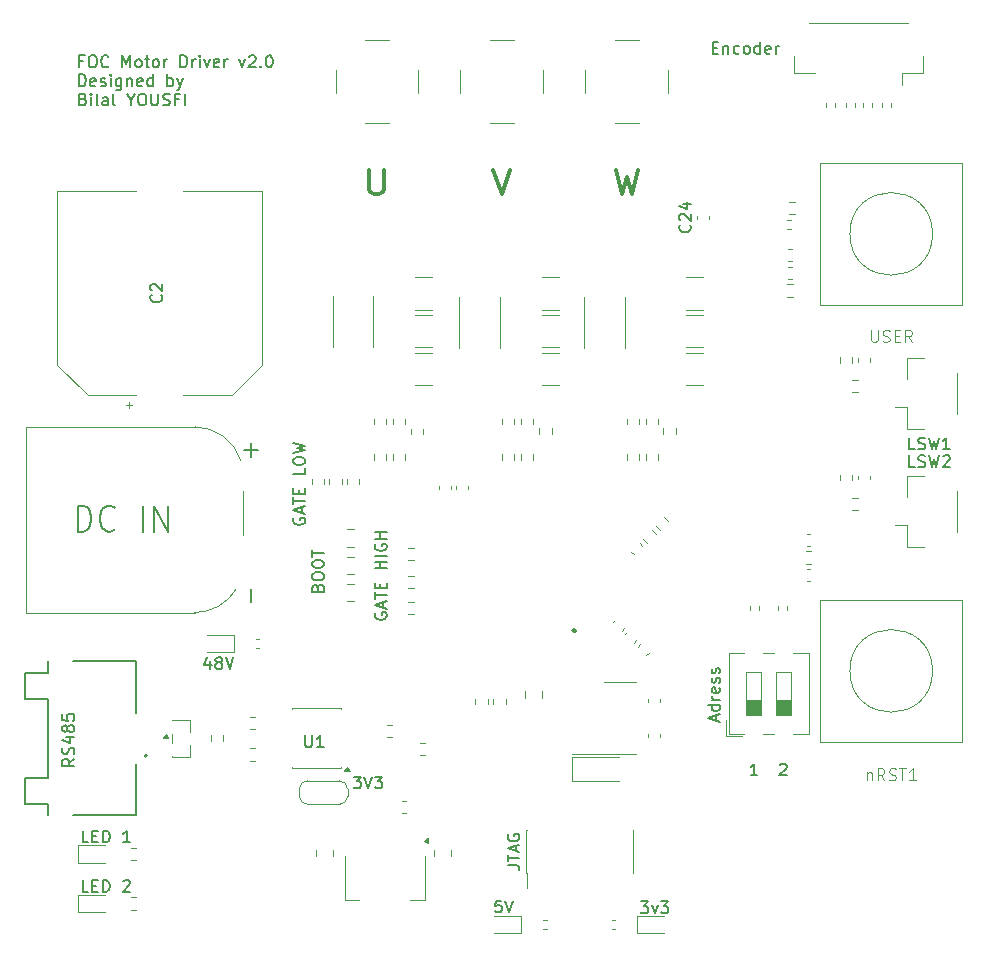
<source format=gbr>
%TF.GenerationSoftware,KiCad,Pcbnew,9.0.6-9.0.6~ubuntu24.04.1*%
%TF.CreationDate,2025-11-20T19:16:13+01:00*%
%TF.ProjectId,FOC_CONTROLLER_V2,464f435f-434f-44e5-9452-4f4c4c45525f,rev?*%
%TF.SameCoordinates,Original*%
%TF.FileFunction,Legend,Top*%
%TF.FilePolarity,Positive*%
%FSLAX46Y46*%
G04 Gerber Fmt 4.6, Leading zero omitted, Abs format (unit mm)*
G04 Created by KiCad (PCBNEW 9.0.6-9.0.6~ubuntu24.04.1) date 2025-11-20 19:16:13*
%MOMM*%
%LPD*%
G01*
G04 APERTURE LIST*
%ADD10C,0.300000*%
%ADD11C,0.150000*%
%ADD12C,0.200000*%
%ADD13C,0.100000*%
%ADD14C,0.120000*%
%ADD15C,0.250000*%
G04 APERTURE END LIST*
D10*
X128771428Y-69609638D02*
X128771428Y-71228685D01*
X128771428Y-71228685D02*
X128876190Y-71419161D01*
X128876190Y-71419161D02*
X128980952Y-71514400D01*
X128980952Y-71514400D02*
X129190476Y-71609638D01*
X129190476Y-71609638D02*
X129609523Y-71609638D01*
X129609523Y-71609638D02*
X129819047Y-71514400D01*
X129819047Y-71514400D02*
X129923809Y-71419161D01*
X129923809Y-71419161D02*
X130028571Y-71228685D01*
X130028571Y-71228685D02*
X130028571Y-69609638D01*
D11*
X122402438Y-99080952D02*
X122354819Y-99176190D01*
X122354819Y-99176190D02*
X122354819Y-99319047D01*
X122354819Y-99319047D02*
X122402438Y-99461904D01*
X122402438Y-99461904D02*
X122497676Y-99557142D01*
X122497676Y-99557142D02*
X122592914Y-99604761D01*
X122592914Y-99604761D02*
X122783390Y-99652380D01*
X122783390Y-99652380D02*
X122926247Y-99652380D01*
X122926247Y-99652380D02*
X123116723Y-99604761D01*
X123116723Y-99604761D02*
X123211961Y-99557142D01*
X123211961Y-99557142D02*
X123307200Y-99461904D01*
X123307200Y-99461904D02*
X123354819Y-99319047D01*
X123354819Y-99319047D02*
X123354819Y-99223809D01*
X123354819Y-99223809D02*
X123307200Y-99080952D01*
X123307200Y-99080952D02*
X123259580Y-99033333D01*
X123259580Y-99033333D02*
X122926247Y-99033333D01*
X122926247Y-99033333D02*
X122926247Y-99223809D01*
X123069104Y-98652380D02*
X123069104Y-98176190D01*
X123354819Y-98747618D02*
X122354819Y-98414285D01*
X122354819Y-98414285D02*
X123354819Y-98080952D01*
X122354819Y-97890475D02*
X122354819Y-97319047D01*
X123354819Y-97604761D02*
X122354819Y-97604761D01*
X122831009Y-96985713D02*
X122831009Y-96652380D01*
X123354819Y-96509523D02*
X123354819Y-96985713D01*
X123354819Y-96985713D02*
X122354819Y-96985713D01*
X122354819Y-96985713D02*
X122354819Y-96509523D01*
X123354819Y-94842856D02*
X123354819Y-95319046D01*
X123354819Y-95319046D02*
X122354819Y-95319046D01*
X122354819Y-94319046D02*
X122354819Y-94128570D01*
X122354819Y-94128570D02*
X122402438Y-94033332D01*
X122402438Y-94033332D02*
X122497676Y-93938094D01*
X122497676Y-93938094D02*
X122688152Y-93890475D01*
X122688152Y-93890475D02*
X123021485Y-93890475D01*
X123021485Y-93890475D02*
X123211961Y-93938094D01*
X123211961Y-93938094D02*
X123307200Y-94033332D01*
X123307200Y-94033332D02*
X123354819Y-94128570D01*
X123354819Y-94128570D02*
X123354819Y-94319046D01*
X123354819Y-94319046D02*
X123307200Y-94414284D01*
X123307200Y-94414284D02*
X123211961Y-94509522D01*
X123211961Y-94509522D02*
X123021485Y-94557141D01*
X123021485Y-94557141D02*
X122688152Y-94557141D01*
X122688152Y-94557141D02*
X122497676Y-94509522D01*
X122497676Y-94509522D02*
X122402438Y-94414284D01*
X122402438Y-94414284D02*
X122354819Y-94319046D01*
X122354819Y-93557141D02*
X123354819Y-93319046D01*
X123354819Y-93319046D02*
X122640533Y-93128570D01*
X122640533Y-93128570D02*
X123354819Y-92938094D01*
X123354819Y-92938094D02*
X122354819Y-92699999D01*
D10*
X149657142Y-69609638D02*
X150180952Y-71609638D01*
X150180952Y-71609638D02*
X150599999Y-70181066D01*
X150599999Y-70181066D02*
X151019047Y-71609638D01*
X151019047Y-71609638D02*
X151542857Y-69609638D01*
D11*
X115285714Y-111188152D02*
X115285714Y-111854819D01*
X115047619Y-110807200D02*
X114809524Y-111521485D01*
X114809524Y-111521485D02*
X115428571Y-111521485D01*
X115952381Y-111283390D02*
X115857143Y-111235771D01*
X115857143Y-111235771D02*
X115809524Y-111188152D01*
X115809524Y-111188152D02*
X115761905Y-111092914D01*
X115761905Y-111092914D02*
X115761905Y-111045295D01*
X115761905Y-111045295D02*
X115809524Y-110950057D01*
X115809524Y-110950057D02*
X115857143Y-110902438D01*
X115857143Y-110902438D02*
X115952381Y-110854819D01*
X115952381Y-110854819D02*
X116142857Y-110854819D01*
X116142857Y-110854819D02*
X116238095Y-110902438D01*
X116238095Y-110902438D02*
X116285714Y-110950057D01*
X116285714Y-110950057D02*
X116333333Y-111045295D01*
X116333333Y-111045295D02*
X116333333Y-111092914D01*
X116333333Y-111092914D02*
X116285714Y-111188152D01*
X116285714Y-111188152D02*
X116238095Y-111235771D01*
X116238095Y-111235771D02*
X116142857Y-111283390D01*
X116142857Y-111283390D02*
X115952381Y-111283390D01*
X115952381Y-111283390D02*
X115857143Y-111331009D01*
X115857143Y-111331009D02*
X115809524Y-111378628D01*
X115809524Y-111378628D02*
X115761905Y-111473866D01*
X115761905Y-111473866D02*
X115761905Y-111664342D01*
X115761905Y-111664342D02*
X115809524Y-111759580D01*
X115809524Y-111759580D02*
X115857143Y-111807200D01*
X115857143Y-111807200D02*
X115952381Y-111854819D01*
X115952381Y-111854819D02*
X116142857Y-111854819D01*
X116142857Y-111854819D02*
X116238095Y-111807200D01*
X116238095Y-111807200D02*
X116285714Y-111759580D01*
X116285714Y-111759580D02*
X116333333Y-111664342D01*
X116333333Y-111664342D02*
X116333333Y-111473866D01*
X116333333Y-111473866D02*
X116285714Y-111378628D01*
X116285714Y-111378628D02*
X116238095Y-111331009D01*
X116238095Y-111331009D02*
X116142857Y-111283390D01*
X116619048Y-110854819D02*
X116952381Y-111854819D01*
X116952381Y-111854819D02*
X117285714Y-110854819D01*
D12*
X104553006Y-60373521D02*
X104219673Y-60373521D01*
X104219673Y-60897331D02*
X104219673Y-59897331D01*
X104219673Y-59897331D02*
X104695863Y-59897331D01*
X105267292Y-59897331D02*
X105457768Y-59897331D01*
X105457768Y-59897331D02*
X105553006Y-59944950D01*
X105553006Y-59944950D02*
X105648244Y-60040188D01*
X105648244Y-60040188D02*
X105695863Y-60230664D01*
X105695863Y-60230664D02*
X105695863Y-60563997D01*
X105695863Y-60563997D02*
X105648244Y-60754473D01*
X105648244Y-60754473D02*
X105553006Y-60849712D01*
X105553006Y-60849712D02*
X105457768Y-60897331D01*
X105457768Y-60897331D02*
X105267292Y-60897331D01*
X105267292Y-60897331D02*
X105172054Y-60849712D01*
X105172054Y-60849712D02*
X105076816Y-60754473D01*
X105076816Y-60754473D02*
X105029197Y-60563997D01*
X105029197Y-60563997D02*
X105029197Y-60230664D01*
X105029197Y-60230664D02*
X105076816Y-60040188D01*
X105076816Y-60040188D02*
X105172054Y-59944950D01*
X105172054Y-59944950D02*
X105267292Y-59897331D01*
X106695863Y-60802092D02*
X106648244Y-60849712D01*
X106648244Y-60849712D02*
X106505387Y-60897331D01*
X106505387Y-60897331D02*
X106410149Y-60897331D01*
X106410149Y-60897331D02*
X106267292Y-60849712D01*
X106267292Y-60849712D02*
X106172054Y-60754473D01*
X106172054Y-60754473D02*
X106124435Y-60659235D01*
X106124435Y-60659235D02*
X106076816Y-60468759D01*
X106076816Y-60468759D02*
X106076816Y-60325902D01*
X106076816Y-60325902D02*
X106124435Y-60135426D01*
X106124435Y-60135426D02*
X106172054Y-60040188D01*
X106172054Y-60040188D02*
X106267292Y-59944950D01*
X106267292Y-59944950D02*
X106410149Y-59897331D01*
X106410149Y-59897331D02*
X106505387Y-59897331D01*
X106505387Y-59897331D02*
X106648244Y-59944950D01*
X106648244Y-59944950D02*
X106695863Y-59992569D01*
X107886340Y-60897331D02*
X107886340Y-59897331D01*
X107886340Y-59897331D02*
X108219673Y-60611616D01*
X108219673Y-60611616D02*
X108553006Y-59897331D01*
X108553006Y-59897331D02*
X108553006Y-60897331D01*
X109172054Y-60897331D02*
X109076816Y-60849712D01*
X109076816Y-60849712D02*
X109029197Y-60802092D01*
X109029197Y-60802092D02*
X108981578Y-60706854D01*
X108981578Y-60706854D02*
X108981578Y-60421140D01*
X108981578Y-60421140D02*
X109029197Y-60325902D01*
X109029197Y-60325902D02*
X109076816Y-60278283D01*
X109076816Y-60278283D02*
X109172054Y-60230664D01*
X109172054Y-60230664D02*
X109314911Y-60230664D01*
X109314911Y-60230664D02*
X109410149Y-60278283D01*
X109410149Y-60278283D02*
X109457768Y-60325902D01*
X109457768Y-60325902D02*
X109505387Y-60421140D01*
X109505387Y-60421140D02*
X109505387Y-60706854D01*
X109505387Y-60706854D02*
X109457768Y-60802092D01*
X109457768Y-60802092D02*
X109410149Y-60849712D01*
X109410149Y-60849712D02*
X109314911Y-60897331D01*
X109314911Y-60897331D02*
X109172054Y-60897331D01*
X109791102Y-60230664D02*
X110172054Y-60230664D01*
X109933959Y-59897331D02*
X109933959Y-60754473D01*
X109933959Y-60754473D02*
X109981578Y-60849712D01*
X109981578Y-60849712D02*
X110076816Y-60897331D01*
X110076816Y-60897331D02*
X110172054Y-60897331D01*
X110648245Y-60897331D02*
X110553007Y-60849712D01*
X110553007Y-60849712D02*
X110505388Y-60802092D01*
X110505388Y-60802092D02*
X110457769Y-60706854D01*
X110457769Y-60706854D02*
X110457769Y-60421140D01*
X110457769Y-60421140D02*
X110505388Y-60325902D01*
X110505388Y-60325902D02*
X110553007Y-60278283D01*
X110553007Y-60278283D02*
X110648245Y-60230664D01*
X110648245Y-60230664D02*
X110791102Y-60230664D01*
X110791102Y-60230664D02*
X110886340Y-60278283D01*
X110886340Y-60278283D02*
X110933959Y-60325902D01*
X110933959Y-60325902D02*
X110981578Y-60421140D01*
X110981578Y-60421140D02*
X110981578Y-60706854D01*
X110981578Y-60706854D02*
X110933959Y-60802092D01*
X110933959Y-60802092D02*
X110886340Y-60849712D01*
X110886340Y-60849712D02*
X110791102Y-60897331D01*
X110791102Y-60897331D02*
X110648245Y-60897331D01*
X111410150Y-60897331D02*
X111410150Y-60230664D01*
X111410150Y-60421140D02*
X111457769Y-60325902D01*
X111457769Y-60325902D02*
X111505388Y-60278283D01*
X111505388Y-60278283D02*
X111600626Y-60230664D01*
X111600626Y-60230664D02*
X111695864Y-60230664D01*
X112791103Y-60897331D02*
X112791103Y-59897331D01*
X112791103Y-59897331D02*
X113029198Y-59897331D01*
X113029198Y-59897331D02*
X113172055Y-59944950D01*
X113172055Y-59944950D02*
X113267293Y-60040188D01*
X113267293Y-60040188D02*
X113314912Y-60135426D01*
X113314912Y-60135426D02*
X113362531Y-60325902D01*
X113362531Y-60325902D02*
X113362531Y-60468759D01*
X113362531Y-60468759D02*
X113314912Y-60659235D01*
X113314912Y-60659235D02*
X113267293Y-60754473D01*
X113267293Y-60754473D02*
X113172055Y-60849712D01*
X113172055Y-60849712D02*
X113029198Y-60897331D01*
X113029198Y-60897331D02*
X112791103Y-60897331D01*
X113791103Y-60897331D02*
X113791103Y-60230664D01*
X113791103Y-60421140D02*
X113838722Y-60325902D01*
X113838722Y-60325902D02*
X113886341Y-60278283D01*
X113886341Y-60278283D02*
X113981579Y-60230664D01*
X113981579Y-60230664D02*
X114076817Y-60230664D01*
X114410151Y-60897331D02*
X114410151Y-60230664D01*
X114410151Y-59897331D02*
X114362532Y-59944950D01*
X114362532Y-59944950D02*
X114410151Y-59992569D01*
X114410151Y-59992569D02*
X114457770Y-59944950D01*
X114457770Y-59944950D02*
X114410151Y-59897331D01*
X114410151Y-59897331D02*
X114410151Y-59992569D01*
X114791103Y-60230664D02*
X115029198Y-60897331D01*
X115029198Y-60897331D02*
X115267293Y-60230664D01*
X116029198Y-60849712D02*
X115933960Y-60897331D01*
X115933960Y-60897331D02*
X115743484Y-60897331D01*
X115743484Y-60897331D02*
X115648246Y-60849712D01*
X115648246Y-60849712D02*
X115600627Y-60754473D01*
X115600627Y-60754473D02*
X115600627Y-60373521D01*
X115600627Y-60373521D02*
X115648246Y-60278283D01*
X115648246Y-60278283D02*
X115743484Y-60230664D01*
X115743484Y-60230664D02*
X115933960Y-60230664D01*
X115933960Y-60230664D02*
X116029198Y-60278283D01*
X116029198Y-60278283D02*
X116076817Y-60373521D01*
X116076817Y-60373521D02*
X116076817Y-60468759D01*
X116076817Y-60468759D02*
X115600627Y-60563997D01*
X116505389Y-60897331D02*
X116505389Y-60230664D01*
X116505389Y-60421140D02*
X116553008Y-60325902D01*
X116553008Y-60325902D02*
X116600627Y-60278283D01*
X116600627Y-60278283D02*
X116695865Y-60230664D01*
X116695865Y-60230664D02*
X116791103Y-60230664D01*
X117791104Y-60230664D02*
X118029199Y-60897331D01*
X118029199Y-60897331D02*
X118267294Y-60230664D01*
X118600628Y-59992569D02*
X118648247Y-59944950D01*
X118648247Y-59944950D02*
X118743485Y-59897331D01*
X118743485Y-59897331D02*
X118981580Y-59897331D01*
X118981580Y-59897331D02*
X119076818Y-59944950D01*
X119076818Y-59944950D02*
X119124437Y-59992569D01*
X119124437Y-59992569D02*
X119172056Y-60087807D01*
X119172056Y-60087807D02*
X119172056Y-60183045D01*
X119172056Y-60183045D02*
X119124437Y-60325902D01*
X119124437Y-60325902D02*
X118553009Y-60897331D01*
X118553009Y-60897331D02*
X119172056Y-60897331D01*
X119600628Y-60802092D02*
X119648247Y-60849712D01*
X119648247Y-60849712D02*
X119600628Y-60897331D01*
X119600628Y-60897331D02*
X119553009Y-60849712D01*
X119553009Y-60849712D02*
X119600628Y-60802092D01*
X119600628Y-60802092D02*
X119600628Y-60897331D01*
X120267294Y-59897331D02*
X120362532Y-59897331D01*
X120362532Y-59897331D02*
X120457770Y-59944950D01*
X120457770Y-59944950D02*
X120505389Y-59992569D01*
X120505389Y-59992569D02*
X120553008Y-60087807D01*
X120553008Y-60087807D02*
X120600627Y-60278283D01*
X120600627Y-60278283D02*
X120600627Y-60516378D01*
X120600627Y-60516378D02*
X120553008Y-60706854D01*
X120553008Y-60706854D02*
X120505389Y-60802092D01*
X120505389Y-60802092D02*
X120457770Y-60849712D01*
X120457770Y-60849712D02*
X120362532Y-60897331D01*
X120362532Y-60897331D02*
X120267294Y-60897331D01*
X120267294Y-60897331D02*
X120172056Y-60849712D01*
X120172056Y-60849712D02*
X120124437Y-60802092D01*
X120124437Y-60802092D02*
X120076818Y-60706854D01*
X120076818Y-60706854D02*
X120029199Y-60516378D01*
X120029199Y-60516378D02*
X120029199Y-60278283D01*
X120029199Y-60278283D02*
X120076818Y-60087807D01*
X120076818Y-60087807D02*
X120124437Y-59992569D01*
X120124437Y-59992569D02*
X120172056Y-59944950D01*
X120172056Y-59944950D02*
X120267294Y-59897331D01*
X104219673Y-62507275D02*
X104219673Y-61507275D01*
X104219673Y-61507275D02*
X104457768Y-61507275D01*
X104457768Y-61507275D02*
X104600625Y-61554894D01*
X104600625Y-61554894D02*
X104695863Y-61650132D01*
X104695863Y-61650132D02*
X104743482Y-61745370D01*
X104743482Y-61745370D02*
X104791101Y-61935846D01*
X104791101Y-61935846D02*
X104791101Y-62078703D01*
X104791101Y-62078703D02*
X104743482Y-62269179D01*
X104743482Y-62269179D02*
X104695863Y-62364417D01*
X104695863Y-62364417D02*
X104600625Y-62459656D01*
X104600625Y-62459656D02*
X104457768Y-62507275D01*
X104457768Y-62507275D02*
X104219673Y-62507275D01*
X105600625Y-62459656D02*
X105505387Y-62507275D01*
X105505387Y-62507275D02*
X105314911Y-62507275D01*
X105314911Y-62507275D02*
X105219673Y-62459656D01*
X105219673Y-62459656D02*
X105172054Y-62364417D01*
X105172054Y-62364417D02*
X105172054Y-61983465D01*
X105172054Y-61983465D02*
X105219673Y-61888227D01*
X105219673Y-61888227D02*
X105314911Y-61840608D01*
X105314911Y-61840608D02*
X105505387Y-61840608D01*
X105505387Y-61840608D02*
X105600625Y-61888227D01*
X105600625Y-61888227D02*
X105648244Y-61983465D01*
X105648244Y-61983465D02*
X105648244Y-62078703D01*
X105648244Y-62078703D02*
X105172054Y-62173941D01*
X106029197Y-62459656D02*
X106124435Y-62507275D01*
X106124435Y-62507275D02*
X106314911Y-62507275D01*
X106314911Y-62507275D02*
X106410149Y-62459656D01*
X106410149Y-62459656D02*
X106457768Y-62364417D01*
X106457768Y-62364417D02*
X106457768Y-62316798D01*
X106457768Y-62316798D02*
X106410149Y-62221560D01*
X106410149Y-62221560D02*
X106314911Y-62173941D01*
X106314911Y-62173941D02*
X106172054Y-62173941D01*
X106172054Y-62173941D02*
X106076816Y-62126322D01*
X106076816Y-62126322D02*
X106029197Y-62031084D01*
X106029197Y-62031084D02*
X106029197Y-61983465D01*
X106029197Y-61983465D02*
X106076816Y-61888227D01*
X106076816Y-61888227D02*
X106172054Y-61840608D01*
X106172054Y-61840608D02*
X106314911Y-61840608D01*
X106314911Y-61840608D02*
X106410149Y-61888227D01*
X106886340Y-62507275D02*
X106886340Y-61840608D01*
X106886340Y-61507275D02*
X106838721Y-61554894D01*
X106838721Y-61554894D02*
X106886340Y-61602513D01*
X106886340Y-61602513D02*
X106933959Y-61554894D01*
X106933959Y-61554894D02*
X106886340Y-61507275D01*
X106886340Y-61507275D02*
X106886340Y-61602513D01*
X107791101Y-61840608D02*
X107791101Y-62650132D01*
X107791101Y-62650132D02*
X107743482Y-62745370D01*
X107743482Y-62745370D02*
X107695863Y-62792989D01*
X107695863Y-62792989D02*
X107600625Y-62840608D01*
X107600625Y-62840608D02*
X107457768Y-62840608D01*
X107457768Y-62840608D02*
X107362530Y-62792989D01*
X107791101Y-62459656D02*
X107695863Y-62507275D01*
X107695863Y-62507275D02*
X107505387Y-62507275D01*
X107505387Y-62507275D02*
X107410149Y-62459656D01*
X107410149Y-62459656D02*
X107362530Y-62412036D01*
X107362530Y-62412036D02*
X107314911Y-62316798D01*
X107314911Y-62316798D02*
X107314911Y-62031084D01*
X107314911Y-62031084D02*
X107362530Y-61935846D01*
X107362530Y-61935846D02*
X107410149Y-61888227D01*
X107410149Y-61888227D02*
X107505387Y-61840608D01*
X107505387Y-61840608D02*
X107695863Y-61840608D01*
X107695863Y-61840608D02*
X107791101Y-61888227D01*
X108267292Y-61840608D02*
X108267292Y-62507275D01*
X108267292Y-61935846D02*
X108314911Y-61888227D01*
X108314911Y-61888227D02*
X108410149Y-61840608D01*
X108410149Y-61840608D02*
X108553006Y-61840608D01*
X108553006Y-61840608D02*
X108648244Y-61888227D01*
X108648244Y-61888227D02*
X108695863Y-61983465D01*
X108695863Y-61983465D02*
X108695863Y-62507275D01*
X109553006Y-62459656D02*
X109457768Y-62507275D01*
X109457768Y-62507275D02*
X109267292Y-62507275D01*
X109267292Y-62507275D02*
X109172054Y-62459656D01*
X109172054Y-62459656D02*
X109124435Y-62364417D01*
X109124435Y-62364417D02*
X109124435Y-61983465D01*
X109124435Y-61983465D02*
X109172054Y-61888227D01*
X109172054Y-61888227D02*
X109267292Y-61840608D01*
X109267292Y-61840608D02*
X109457768Y-61840608D01*
X109457768Y-61840608D02*
X109553006Y-61888227D01*
X109553006Y-61888227D02*
X109600625Y-61983465D01*
X109600625Y-61983465D02*
X109600625Y-62078703D01*
X109600625Y-62078703D02*
X109124435Y-62173941D01*
X110457768Y-62507275D02*
X110457768Y-61507275D01*
X110457768Y-62459656D02*
X110362530Y-62507275D01*
X110362530Y-62507275D02*
X110172054Y-62507275D01*
X110172054Y-62507275D02*
X110076816Y-62459656D01*
X110076816Y-62459656D02*
X110029197Y-62412036D01*
X110029197Y-62412036D02*
X109981578Y-62316798D01*
X109981578Y-62316798D02*
X109981578Y-62031084D01*
X109981578Y-62031084D02*
X110029197Y-61935846D01*
X110029197Y-61935846D02*
X110076816Y-61888227D01*
X110076816Y-61888227D02*
X110172054Y-61840608D01*
X110172054Y-61840608D02*
X110362530Y-61840608D01*
X110362530Y-61840608D02*
X110457768Y-61888227D01*
X111695864Y-62507275D02*
X111695864Y-61507275D01*
X111695864Y-61888227D02*
X111791102Y-61840608D01*
X111791102Y-61840608D02*
X111981578Y-61840608D01*
X111981578Y-61840608D02*
X112076816Y-61888227D01*
X112076816Y-61888227D02*
X112124435Y-61935846D01*
X112124435Y-61935846D02*
X112172054Y-62031084D01*
X112172054Y-62031084D02*
X112172054Y-62316798D01*
X112172054Y-62316798D02*
X112124435Y-62412036D01*
X112124435Y-62412036D02*
X112076816Y-62459656D01*
X112076816Y-62459656D02*
X111981578Y-62507275D01*
X111981578Y-62507275D02*
X111791102Y-62507275D01*
X111791102Y-62507275D02*
X111695864Y-62459656D01*
X112505388Y-61840608D02*
X112743483Y-62507275D01*
X112981578Y-61840608D02*
X112743483Y-62507275D01*
X112743483Y-62507275D02*
X112648245Y-62745370D01*
X112648245Y-62745370D02*
X112600626Y-62792989D01*
X112600626Y-62792989D02*
X112505388Y-62840608D01*
X104553006Y-63593409D02*
X104695863Y-63641028D01*
X104695863Y-63641028D02*
X104743482Y-63688647D01*
X104743482Y-63688647D02*
X104791101Y-63783885D01*
X104791101Y-63783885D02*
X104791101Y-63926742D01*
X104791101Y-63926742D02*
X104743482Y-64021980D01*
X104743482Y-64021980D02*
X104695863Y-64069600D01*
X104695863Y-64069600D02*
X104600625Y-64117219D01*
X104600625Y-64117219D02*
X104219673Y-64117219D01*
X104219673Y-64117219D02*
X104219673Y-63117219D01*
X104219673Y-63117219D02*
X104553006Y-63117219D01*
X104553006Y-63117219D02*
X104648244Y-63164838D01*
X104648244Y-63164838D02*
X104695863Y-63212457D01*
X104695863Y-63212457D02*
X104743482Y-63307695D01*
X104743482Y-63307695D02*
X104743482Y-63402933D01*
X104743482Y-63402933D02*
X104695863Y-63498171D01*
X104695863Y-63498171D02*
X104648244Y-63545790D01*
X104648244Y-63545790D02*
X104553006Y-63593409D01*
X104553006Y-63593409D02*
X104219673Y-63593409D01*
X105219673Y-64117219D02*
X105219673Y-63450552D01*
X105219673Y-63117219D02*
X105172054Y-63164838D01*
X105172054Y-63164838D02*
X105219673Y-63212457D01*
X105219673Y-63212457D02*
X105267292Y-63164838D01*
X105267292Y-63164838D02*
X105219673Y-63117219D01*
X105219673Y-63117219D02*
X105219673Y-63212457D01*
X105838720Y-64117219D02*
X105743482Y-64069600D01*
X105743482Y-64069600D02*
X105695863Y-63974361D01*
X105695863Y-63974361D02*
X105695863Y-63117219D01*
X106648244Y-64117219D02*
X106648244Y-63593409D01*
X106648244Y-63593409D02*
X106600625Y-63498171D01*
X106600625Y-63498171D02*
X106505387Y-63450552D01*
X106505387Y-63450552D02*
X106314911Y-63450552D01*
X106314911Y-63450552D02*
X106219673Y-63498171D01*
X106648244Y-64069600D02*
X106553006Y-64117219D01*
X106553006Y-64117219D02*
X106314911Y-64117219D01*
X106314911Y-64117219D02*
X106219673Y-64069600D01*
X106219673Y-64069600D02*
X106172054Y-63974361D01*
X106172054Y-63974361D02*
X106172054Y-63879123D01*
X106172054Y-63879123D02*
X106219673Y-63783885D01*
X106219673Y-63783885D02*
X106314911Y-63736266D01*
X106314911Y-63736266D02*
X106553006Y-63736266D01*
X106553006Y-63736266D02*
X106648244Y-63688647D01*
X107267292Y-64117219D02*
X107172054Y-64069600D01*
X107172054Y-64069600D02*
X107124435Y-63974361D01*
X107124435Y-63974361D02*
X107124435Y-63117219D01*
X108600626Y-63641028D02*
X108600626Y-64117219D01*
X108267293Y-63117219D02*
X108600626Y-63641028D01*
X108600626Y-63641028D02*
X108933959Y-63117219D01*
X109457769Y-63117219D02*
X109648245Y-63117219D01*
X109648245Y-63117219D02*
X109743483Y-63164838D01*
X109743483Y-63164838D02*
X109838721Y-63260076D01*
X109838721Y-63260076D02*
X109886340Y-63450552D01*
X109886340Y-63450552D02*
X109886340Y-63783885D01*
X109886340Y-63783885D02*
X109838721Y-63974361D01*
X109838721Y-63974361D02*
X109743483Y-64069600D01*
X109743483Y-64069600D02*
X109648245Y-64117219D01*
X109648245Y-64117219D02*
X109457769Y-64117219D01*
X109457769Y-64117219D02*
X109362531Y-64069600D01*
X109362531Y-64069600D02*
X109267293Y-63974361D01*
X109267293Y-63974361D02*
X109219674Y-63783885D01*
X109219674Y-63783885D02*
X109219674Y-63450552D01*
X109219674Y-63450552D02*
X109267293Y-63260076D01*
X109267293Y-63260076D02*
X109362531Y-63164838D01*
X109362531Y-63164838D02*
X109457769Y-63117219D01*
X110314912Y-63117219D02*
X110314912Y-63926742D01*
X110314912Y-63926742D02*
X110362531Y-64021980D01*
X110362531Y-64021980D02*
X110410150Y-64069600D01*
X110410150Y-64069600D02*
X110505388Y-64117219D01*
X110505388Y-64117219D02*
X110695864Y-64117219D01*
X110695864Y-64117219D02*
X110791102Y-64069600D01*
X110791102Y-64069600D02*
X110838721Y-64021980D01*
X110838721Y-64021980D02*
X110886340Y-63926742D01*
X110886340Y-63926742D02*
X110886340Y-63117219D01*
X111314912Y-64069600D02*
X111457769Y-64117219D01*
X111457769Y-64117219D02*
X111695864Y-64117219D01*
X111695864Y-64117219D02*
X111791102Y-64069600D01*
X111791102Y-64069600D02*
X111838721Y-64021980D01*
X111838721Y-64021980D02*
X111886340Y-63926742D01*
X111886340Y-63926742D02*
X111886340Y-63831504D01*
X111886340Y-63831504D02*
X111838721Y-63736266D01*
X111838721Y-63736266D02*
X111791102Y-63688647D01*
X111791102Y-63688647D02*
X111695864Y-63641028D01*
X111695864Y-63641028D02*
X111505388Y-63593409D01*
X111505388Y-63593409D02*
X111410150Y-63545790D01*
X111410150Y-63545790D02*
X111362531Y-63498171D01*
X111362531Y-63498171D02*
X111314912Y-63402933D01*
X111314912Y-63402933D02*
X111314912Y-63307695D01*
X111314912Y-63307695D02*
X111362531Y-63212457D01*
X111362531Y-63212457D02*
X111410150Y-63164838D01*
X111410150Y-63164838D02*
X111505388Y-63117219D01*
X111505388Y-63117219D02*
X111743483Y-63117219D01*
X111743483Y-63117219D02*
X111886340Y-63164838D01*
X112648245Y-63593409D02*
X112314912Y-63593409D01*
X112314912Y-64117219D02*
X112314912Y-63117219D01*
X112314912Y-63117219D02*
X112791102Y-63117219D01*
X113172055Y-64117219D02*
X113172055Y-63117219D01*
D11*
X139949523Y-131454819D02*
X139473333Y-131454819D01*
X139473333Y-131454819D02*
X139425714Y-131931009D01*
X139425714Y-131931009D02*
X139473333Y-131883390D01*
X139473333Y-131883390D02*
X139568571Y-131835771D01*
X139568571Y-131835771D02*
X139806666Y-131835771D01*
X139806666Y-131835771D02*
X139901904Y-131883390D01*
X139901904Y-131883390D02*
X139949523Y-131931009D01*
X139949523Y-131931009D02*
X139997142Y-132026247D01*
X139997142Y-132026247D02*
X139997142Y-132264342D01*
X139997142Y-132264342D02*
X139949523Y-132359580D01*
X139949523Y-132359580D02*
X139901904Y-132407200D01*
X139901904Y-132407200D02*
X139806666Y-132454819D01*
X139806666Y-132454819D02*
X139568571Y-132454819D01*
X139568571Y-132454819D02*
X139473333Y-132407200D01*
X139473333Y-132407200D02*
X139425714Y-132359580D01*
X140282857Y-131454819D02*
X140616190Y-132454819D01*
X140616190Y-132454819D02*
X140949523Y-131454819D01*
X155929580Y-74242857D02*
X155977200Y-74290476D01*
X155977200Y-74290476D02*
X156024819Y-74433333D01*
X156024819Y-74433333D02*
X156024819Y-74528571D01*
X156024819Y-74528571D02*
X155977200Y-74671428D01*
X155977200Y-74671428D02*
X155881961Y-74766666D01*
X155881961Y-74766666D02*
X155786723Y-74814285D01*
X155786723Y-74814285D02*
X155596247Y-74861904D01*
X155596247Y-74861904D02*
X155453390Y-74861904D01*
X155453390Y-74861904D02*
X155262914Y-74814285D01*
X155262914Y-74814285D02*
X155167676Y-74766666D01*
X155167676Y-74766666D02*
X155072438Y-74671428D01*
X155072438Y-74671428D02*
X155024819Y-74528571D01*
X155024819Y-74528571D02*
X155024819Y-74433333D01*
X155024819Y-74433333D02*
X155072438Y-74290476D01*
X155072438Y-74290476D02*
X155120057Y-74242857D01*
X155120057Y-73861904D02*
X155072438Y-73814285D01*
X155072438Y-73814285D02*
X155024819Y-73719047D01*
X155024819Y-73719047D02*
X155024819Y-73480952D01*
X155024819Y-73480952D02*
X155072438Y-73385714D01*
X155072438Y-73385714D02*
X155120057Y-73338095D01*
X155120057Y-73338095D02*
X155215295Y-73290476D01*
X155215295Y-73290476D02*
X155310533Y-73290476D01*
X155310533Y-73290476D02*
X155453390Y-73338095D01*
X155453390Y-73338095D02*
X156024819Y-73909523D01*
X156024819Y-73909523D02*
X156024819Y-73290476D01*
X155358152Y-72433333D02*
X156024819Y-72433333D01*
X154977200Y-72671428D02*
X155691485Y-72909523D01*
X155691485Y-72909523D02*
X155691485Y-72290476D01*
X157861904Y-59231009D02*
X158195237Y-59231009D01*
X158338094Y-59754819D02*
X157861904Y-59754819D01*
X157861904Y-59754819D02*
X157861904Y-58754819D01*
X157861904Y-58754819D02*
X158338094Y-58754819D01*
X158766666Y-59088152D02*
X158766666Y-59754819D01*
X158766666Y-59183390D02*
X158814285Y-59135771D01*
X158814285Y-59135771D02*
X158909523Y-59088152D01*
X158909523Y-59088152D02*
X159052380Y-59088152D01*
X159052380Y-59088152D02*
X159147618Y-59135771D01*
X159147618Y-59135771D02*
X159195237Y-59231009D01*
X159195237Y-59231009D02*
X159195237Y-59754819D01*
X160099999Y-59707200D02*
X160004761Y-59754819D01*
X160004761Y-59754819D02*
X159814285Y-59754819D01*
X159814285Y-59754819D02*
X159719047Y-59707200D01*
X159719047Y-59707200D02*
X159671428Y-59659580D01*
X159671428Y-59659580D02*
X159623809Y-59564342D01*
X159623809Y-59564342D02*
X159623809Y-59278628D01*
X159623809Y-59278628D02*
X159671428Y-59183390D01*
X159671428Y-59183390D02*
X159719047Y-59135771D01*
X159719047Y-59135771D02*
X159814285Y-59088152D01*
X159814285Y-59088152D02*
X160004761Y-59088152D01*
X160004761Y-59088152D02*
X160099999Y-59135771D01*
X160671428Y-59754819D02*
X160576190Y-59707200D01*
X160576190Y-59707200D02*
X160528571Y-59659580D01*
X160528571Y-59659580D02*
X160480952Y-59564342D01*
X160480952Y-59564342D02*
X160480952Y-59278628D01*
X160480952Y-59278628D02*
X160528571Y-59183390D01*
X160528571Y-59183390D02*
X160576190Y-59135771D01*
X160576190Y-59135771D02*
X160671428Y-59088152D01*
X160671428Y-59088152D02*
X160814285Y-59088152D01*
X160814285Y-59088152D02*
X160909523Y-59135771D01*
X160909523Y-59135771D02*
X160957142Y-59183390D01*
X160957142Y-59183390D02*
X161004761Y-59278628D01*
X161004761Y-59278628D02*
X161004761Y-59564342D01*
X161004761Y-59564342D02*
X160957142Y-59659580D01*
X160957142Y-59659580D02*
X160909523Y-59707200D01*
X160909523Y-59707200D02*
X160814285Y-59754819D01*
X160814285Y-59754819D02*
X160671428Y-59754819D01*
X161861904Y-59754819D02*
X161861904Y-58754819D01*
X161861904Y-59707200D02*
X161766666Y-59754819D01*
X161766666Y-59754819D02*
X161576190Y-59754819D01*
X161576190Y-59754819D02*
X161480952Y-59707200D01*
X161480952Y-59707200D02*
X161433333Y-59659580D01*
X161433333Y-59659580D02*
X161385714Y-59564342D01*
X161385714Y-59564342D02*
X161385714Y-59278628D01*
X161385714Y-59278628D02*
X161433333Y-59183390D01*
X161433333Y-59183390D02*
X161480952Y-59135771D01*
X161480952Y-59135771D02*
X161576190Y-59088152D01*
X161576190Y-59088152D02*
X161766666Y-59088152D01*
X161766666Y-59088152D02*
X161861904Y-59135771D01*
X162719047Y-59707200D02*
X162623809Y-59754819D01*
X162623809Y-59754819D02*
X162433333Y-59754819D01*
X162433333Y-59754819D02*
X162338095Y-59707200D01*
X162338095Y-59707200D02*
X162290476Y-59611961D01*
X162290476Y-59611961D02*
X162290476Y-59231009D01*
X162290476Y-59231009D02*
X162338095Y-59135771D01*
X162338095Y-59135771D02*
X162433333Y-59088152D01*
X162433333Y-59088152D02*
X162623809Y-59088152D01*
X162623809Y-59088152D02*
X162719047Y-59135771D01*
X162719047Y-59135771D02*
X162766666Y-59231009D01*
X162766666Y-59231009D02*
X162766666Y-59326247D01*
X162766666Y-59326247D02*
X162290476Y-59421485D01*
X163195238Y-59754819D02*
X163195238Y-59088152D01*
X163195238Y-59278628D02*
X163242857Y-59183390D01*
X163242857Y-59183390D02*
X163290476Y-59135771D01*
X163290476Y-59135771D02*
X163385714Y-59088152D01*
X163385714Y-59088152D02*
X163480952Y-59088152D01*
X127461905Y-120954819D02*
X128080952Y-120954819D01*
X128080952Y-120954819D02*
X127747619Y-121335771D01*
X127747619Y-121335771D02*
X127890476Y-121335771D01*
X127890476Y-121335771D02*
X127985714Y-121383390D01*
X127985714Y-121383390D02*
X128033333Y-121431009D01*
X128033333Y-121431009D02*
X128080952Y-121526247D01*
X128080952Y-121526247D02*
X128080952Y-121764342D01*
X128080952Y-121764342D02*
X128033333Y-121859580D01*
X128033333Y-121859580D02*
X127985714Y-121907200D01*
X127985714Y-121907200D02*
X127890476Y-121954819D01*
X127890476Y-121954819D02*
X127604762Y-121954819D01*
X127604762Y-121954819D02*
X127509524Y-121907200D01*
X127509524Y-121907200D02*
X127461905Y-121859580D01*
X128366667Y-120954819D02*
X128700000Y-121954819D01*
X128700000Y-121954819D02*
X129033333Y-120954819D01*
X129271429Y-120954819D02*
X129890476Y-120954819D01*
X129890476Y-120954819D02*
X129557143Y-121335771D01*
X129557143Y-121335771D02*
X129700000Y-121335771D01*
X129700000Y-121335771D02*
X129795238Y-121383390D01*
X129795238Y-121383390D02*
X129842857Y-121431009D01*
X129842857Y-121431009D02*
X129890476Y-121526247D01*
X129890476Y-121526247D02*
X129890476Y-121764342D01*
X129890476Y-121764342D02*
X129842857Y-121859580D01*
X129842857Y-121859580D02*
X129795238Y-121907200D01*
X129795238Y-121907200D02*
X129700000Y-121954819D01*
X129700000Y-121954819D02*
X129414286Y-121954819D01*
X129414286Y-121954819D02*
X129319048Y-121907200D01*
X129319048Y-121907200D02*
X129271429Y-121859580D01*
X151769524Y-131524819D02*
X152388571Y-131524819D01*
X152388571Y-131524819D02*
X152055238Y-131905771D01*
X152055238Y-131905771D02*
X152198095Y-131905771D01*
X152198095Y-131905771D02*
X152293333Y-131953390D01*
X152293333Y-131953390D02*
X152340952Y-132001009D01*
X152340952Y-132001009D02*
X152388571Y-132096247D01*
X152388571Y-132096247D02*
X152388571Y-132334342D01*
X152388571Y-132334342D02*
X152340952Y-132429580D01*
X152340952Y-132429580D02*
X152293333Y-132477200D01*
X152293333Y-132477200D02*
X152198095Y-132524819D01*
X152198095Y-132524819D02*
X151912381Y-132524819D01*
X151912381Y-132524819D02*
X151817143Y-132477200D01*
X151817143Y-132477200D02*
X151769524Y-132429580D01*
X152721905Y-131858152D02*
X152960000Y-132524819D01*
X152960000Y-132524819D02*
X153198095Y-131858152D01*
X153483810Y-131524819D02*
X154102857Y-131524819D01*
X154102857Y-131524819D02*
X153769524Y-131905771D01*
X153769524Y-131905771D02*
X153912381Y-131905771D01*
X153912381Y-131905771D02*
X154007619Y-131953390D01*
X154007619Y-131953390D02*
X154055238Y-132001009D01*
X154055238Y-132001009D02*
X154102857Y-132096247D01*
X154102857Y-132096247D02*
X154102857Y-132334342D01*
X154102857Y-132334342D02*
X154055238Y-132429580D01*
X154055238Y-132429580D02*
X154007619Y-132477200D01*
X154007619Y-132477200D02*
X153912381Y-132524819D01*
X153912381Y-132524819D02*
X153626667Y-132524819D01*
X153626667Y-132524819D02*
X153531429Y-132477200D01*
X153531429Y-132477200D02*
X153483810Y-132429580D01*
X104999999Y-130714819D02*
X104523809Y-130714819D01*
X104523809Y-130714819D02*
X104523809Y-129714819D01*
X105333333Y-130191009D02*
X105666666Y-130191009D01*
X105809523Y-130714819D02*
X105333333Y-130714819D01*
X105333333Y-130714819D02*
X105333333Y-129714819D01*
X105333333Y-129714819D02*
X105809523Y-129714819D01*
X106238095Y-130714819D02*
X106238095Y-129714819D01*
X106238095Y-129714819D02*
X106476190Y-129714819D01*
X106476190Y-129714819D02*
X106619047Y-129762438D01*
X106619047Y-129762438D02*
X106714285Y-129857676D01*
X106714285Y-129857676D02*
X106761904Y-129952914D01*
X106761904Y-129952914D02*
X106809523Y-130143390D01*
X106809523Y-130143390D02*
X106809523Y-130286247D01*
X106809523Y-130286247D02*
X106761904Y-130476723D01*
X106761904Y-130476723D02*
X106714285Y-130571961D01*
X106714285Y-130571961D02*
X106619047Y-130667200D01*
X106619047Y-130667200D02*
X106476190Y-130714819D01*
X106476190Y-130714819D02*
X106238095Y-130714819D01*
X107952381Y-129810057D02*
X108000000Y-129762438D01*
X108000000Y-129762438D02*
X108095238Y-129714819D01*
X108095238Y-129714819D02*
X108333333Y-129714819D01*
X108333333Y-129714819D02*
X108428571Y-129762438D01*
X108428571Y-129762438D02*
X108476190Y-129810057D01*
X108476190Y-129810057D02*
X108523809Y-129905295D01*
X108523809Y-129905295D02*
X108523809Y-130000533D01*
X108523809Y-130000533D02*
X108476190Y-130143390D01*
X108476190Y-130143390D02*
X107904762Y-130714819D01*
X107904762Y-130714819D02*
X108523809Y-130714819D01*
X123338095Y-117454819D02*
X123338095Y-118264342D01*
X123338095Y-118264342D02*
X123385714Y-118359580D01*
X123385714Y-118359580D02*
X123433333Y-118407200D01*
X123433333Y-118407200D02*
X123528571Y-118454819D01*
X123528571Y-118454819D02*
X123719047Y-118454819D01*
X123719047Y-118454819D02*
X123814285Y-118407200D01*
X123814285Y-118407200D02*
X123861904Y-118359580D01*
X123861904Y-118359580D02*
X123909523Y-118264342D01*
X123909523Y-118264342D02*
X123909523Y-117454819D01*
X124909523Y-118454819D02*
X124338095Y-118454819D01*
X124623809Y-118454819D02*
X124623809Y-117454819D01*
X124623809Y-117454819D02*
X124528571Y-117597676D01*
X124528571Y-117597676D02*
X124433333Y-117692914D01*
X124433333Y-117692914D02*
X124338095Y-117740533D01*
D10*
X139266666Y-69609638D02*
X140000000Y-71609638D01*
X140000000Y-71609638D02*
X140733333Y-69609638D01*
D12*
X104090476Y-100207361D02*
X104090476Y-98007361D01*
X104090476Y-98007361D02*
X104566666Y-98007361D01*
X104566666Y-98007361D02*
X104852381Y-98112123D01*
X104852381Y-98112123D02*
X105042857Y-98321647D01*
X105042857Y-98321647D02*
X105138095Y-98531171D01*
X105138095Y-98531171D02*
X105233333Y-98950219D01*
X105233333Y-98950219D02*
X105233333Y-99264504D01*
X105233333Y-99264504D02*
X105138095Y-99683552D01*
X105138095Y-99683552D02*
X105042857Y-99893076D01*
X105042857Y-99893076D02*
X104852381Y-100102600D01*
X104852381Y-100102600D02*
X104566666Y-100207361D01*
X104566666Y-100207361D02*
X104090476Y-100207361D01*
X107233333Y-99997838D02*
X107138095Y-100102600D01*
X107138095Y-100102600D02*
X106852381Y-100207361D01*
X106852381Y-100207361D02*
X106661905Y-100207361D01*
X106661905Y-100207361D02*
X106376190Y-100102600D01*
X106376190Y-100102600D02*
X106185714Y-99893076D01*
X106185714Y-99893076D02*
X106090476Y-99683552D01*
X106090476Y-99683552D02*
X105995238Y-99264504D01*
X105995238Y-99264504D02*
X105995238Y-98950219D01*
X105995238Y-98950219D02*
X106090476Y-98531171D01*
X106090476Y-98531171D02*
X106185714Y-98321647D01*
X106185714Y-98321647D02*
X106376190Y-98112123D01*
X106376190Y-98112123D02*
X106661905Y-98007361D01*
X106661905Y-98007361D02*
X106852381Y-98007361D01*
X106852381Y-98007361D02*
X107138095Y-98112123D01*
X107138095Y-98112123D02*
X107233333Y-98216885D01*
X109614286Y-100207361D02*
X109614286Y-98007361D01*
X110566667Y-100207361D02*
X110566667Y-98007361D01*
X110566667Y-98007361D02*
X111709524Y-100207361D01*
X111709524Y-100207361D02*
X111709524Y-98007361D01*
D11*
X118764700Y-93871428D02*
X118764700Y-92728571D01*
X119336128Y-93299999D02*
X118193271Y-93299999D01*
X118764700Y-106171428D02*
X118764700Y-105028571D01*
X111159580Y-80166666D02*
X111207200Y-80214285D01*
X111207200Y-80214285D02*
X111254819Y-80357142D01*
X111254819Y-80357142D02*
X111254819Y-80452380D01*
X111254819Y-80452380D02*
X111207200Y-80595237D01*
X111207200Y-80595237D02*
X111111961Y-80690475D01*
X111111961Y-80690475D02*
X111016723Y-80738094D01*
X111016723Y-80738094D02*
X110826247Y-80785713D01*
X110826247Y-80785713D02*
X110683390Y-80785713D01*
X110683390Y-80785713D02*
X110492914Y-80738094D01*
X110492914Y-80738094D02*
X110397676Y-80690475D01*
X110397676Y-80690475D02*
X110302438Y-80595237D01*
X110302438Y-80595237D02*
X110254819Y-80452380D01*
X110254819Y-80452380D02*
X110254819Y-80357142D01*
X110254819Y-80357142D02*
X110302438Y-80214285D01*
X110302438Y-80214285D02*
X110350057Y-80166666D01*
X110350057Y-79785713D02*
X110302438Y-79738094D01*
X110302438Y-79738094D02*
X110254819Y-79642856D01*
X110254819Y-79642856D02*
X110254819Y-79404761D01*
X110254819Y-79404761D02*
X110302438Y-79309523D01*
X110302438Y-79309523D02*
X110350057Y-79261904D01*
X110350057Y-79261904D02*
X110445295Y-79214285D01*
X110445295Y-79214285D02*
X110540533Y-79214285D01*
X110540533Y-79214285D02*
X110683390Y-79261904D01*
X110683390Y-79261904D02*
X111254819Y-79833332D01*
X111254819Y-79833332D02*
X111254819Y-79214285D01*
X161647618Y-120854819D02*
X161076190Y-120854819D01*
X161361904Y-120854819D02*
X161361904Y-119854819D01*
X161361904Y-119854819D02*
X161266666Y-119997676D01*
X161266666Y-119997676D02*
X161171428Y-120092914D01*
X161171428Y-120092914D02*
X161076190Y-120140533D01*
X163552381Y-119950057D02*
X163600000Y-119902438D01*
X163600000Y-119902438D02*
X163695238Y-119854819D01*
X163695238Y-119854819D02*
X163933333Y-119854819D01*
X163933333Y-119854819D02*
X164028571Y-119902438D01*
X164028571Y-119902438D02*
X164076190Y-119950057D01*
X164076190Y-119950057D02*
X164123809Y-120045295D01*
X164123809Y-120045295D02*
X164123809Y-120140533D01*
X164123809Y-120140533D02*
X164076190Y-120283390D01*
X164076190Y-120283390D02*
X163504762Y-120854819D01*
X163504762Y-120854819D02*
X164123809Y-120854819D01*
D13*
X171260714Y-83157419D02*
X171260714Y-83966942D01*
X171260714Y-83966942D02*
X171308333Y-84062180D01*
X171308333Y-84062180D02*
X171355952Y-84109800D01*
X171355952Y-84109800D02*
X171451190Y-84157419D01*
X171451190Y-84157419D02*
X171641666Y-84157419D01*
X171641666Y-84157419D02*
X171736904Y-84109800D01*
X171736904Y-84109800D02*
X171784523Y-84062180D01*
X171784523Y-84062180D02*
X171832142Y-83966942D01*
X171832142Y-83966942D02*
X171832142Y-83157419D01*
X172260714Y-84109800D02*
X172403571Y-84157419D01*
X172403571Y-84157419D02*
X172641666Y-84157419D01*
X172641666Y-84157419D02*
X172736904Y-84109800D01*
X172736904Y-84109800D02*
X172784523Y-84062180D01*
X172784523Y-84062180D02*
X172832142Y-83966942D01*
X172832142Y-83966942D02*
X172832142Y-83871704D01*
X172832142Y-83871704D02*
X172784523Y-83776466D01*
X172784523Y-83776466D02*
X172736904Y-83728847D01*
X172736904Y-83728847D02*
X172641666Y-83681228D01*
X172641666Y-83681228D02*
X172451190Y-83633609D01*
X172451190Y-83633609D02*
X172355952Y-83585990D01*
X172355952Y-83585990D02*
X172308333Y-83538371D01*
X172308333Y-83538371D02*
X172260714Y-83443133D01*
X172260714Y-83443133D02*
X172260714Y-83347895D01*
X172260714Y-83347895D02*
X172308333Y-83252657D01*
X172308333Y-83252657D02*
X172355952Y-83205038D01*
X172355952Y-83205038D02*
X172451190Y-83157419D01*
X172451190Y-83157419D02*
X172689285Y-83157419D01*
X172689285Y-83157419D02*
X172832142Y-83205038D01*
X173260714Y-83633609D02*
X173594047Y-83633609D01*
X173736904Y-84157419D02*
X173260714Y-84157419D01*
X173260714Y-84157419D02*
X173260714Y-83157419D01*
X173260714Y-83157419D02*
X173736904Y-83157419D01*
X174736904Y-84157419D02*
X174403571Y-83681228D01*
X174165476Y-84157419D02*
X174165476Y-83157419D01*
X174165476Y-83157419D02*
X174546428Y-83157419D01*
X174546428Y-83157419D02*
X174641666Y-83205038D01*
X174641666Y-83205038D02*
X174689285Y-83252657D01*
X174689285Y-83252657D02*
X174736904Y-83347895D01*
X174736904Y-83347895D02*
X174736904Y-83490752D01*
X174736904Y-83490752D02*
X174689285Y-83585990D01*
X174689285Y-83585990D02*
X174641666Y-83633609D01*
X174641666Y-83633609D02*
X174546428Y-83681228D01*
X174546428Y-83681228D02*
X174165476Y-83681228D01*
D11*
X103804819Y-119445238D02*
X103328628Y-119778571D01*
X103804819Y-120016666D02*
X102804819Y-120016666D01*
X102804819Y-120016666D02*
X102804819Y-119635714D01*
X102804819Y-119635714D02*
X102852438Y-119540476D01*
X102852438Y-119540476D02*
X102900057Y-119492857D01*
X102900057Y-119492857D02*
X102995295Y-119445238D01*
X102995295Y-119445238D02*
X103138152Y-119445238D01*
X103138152Y-119445238D02*
X103233390Y-119492857D01*
X103233390Y-119492857D02*
X103281009Y-119540476D01*
X103281009Y-119540476D02*
X103328628Y-119635714D01*
X103328628Y-119635714D02*
X103328628Y-120016666D01*
X103757200Y-119064285D02*
X103804819Y-118921428D01*
X103804819Y-118921428D02*
X103804819Y-118683333D01*
X103804819Y-118683333D02*
X103757200Y-118588095D01*
X103757200Y-118588095D02*
X103709580Y-118540476D01*
X103709580Y-118540476D02*
X103614342Y-118492857D01*
X103614342Y-118492857D02*
X103519104Y-118492857D01*
X103519104Y-118492857D02*
X103423866Y-118540476D01*
X103423866Y-118540476D02*
X103376247Y-118588095D01*
X103376247Y-118588095D02*
X103328628Y-118683333D01*
X103328628Y-118683333D02*
X103281009Y-118873809D01*
X103281009Y-118873809D02*
X103233390Y-118969047D01*
X103233390Y-118969047D02*
X103185771Y-119016666D01*
X103185771Y-119016666D02*
X103090533Y-119064285D01*
X103090533Y-119064285D02*
X102995295Y-119064285D01*
X102995295Y-119064285D02*
X102900057Y-119016666D01*
X102900057Y-119016666D02*
X102852438Y-118969047D01*
X102852438Y-118969047D02*
X102804819Y-118873809D01*
X102804819Y-118873809D02*
X102804819Y-118635714D01*
X102804819Y-118635714D02*
X102852438Y-118492857D01*
X103138152Y-117635714D02*
X103804819Y-117635714D01*
X102757200Y-117873809D02*
X103471485Y-118111904D01*
X103471485Y-118111904D02*
X103471485Y-117492857D01*
X103233390Y-116969047D02*
X103185771Y-117064285D01*
X103185771Y-117064285D02*
X103138152Y-117111904D01*
X103138152Y-117111904D02*
X103042914Y-117159523D01*
X103042914Y-117159523D02*
X102995295Y-117159523D01*
X102995295Y-117159523D02*
X102900057Y-117111904D01*
X102900057Y-117111904D02*
X102852438Y-117064285D01*
X102852438Y-117064285D02*
X102804819Y-116969047D01*
X102804819Y-116969047D02*
X102804819Y-116778571D01*
X102804819Y-116778571D02*
X102852438Y-116683333D01*
X102852438Y-116683333D02*
X102900057Y-116635714D01*
X102900057Y-116635714D02*
X102995295Y-116588095D01*
X102995295Y-116588095D02*
X103042914Y-116588095D01*
X103042914Y-116588095D02*
X103138152Y-116635714D01*
X103138152Y-116635714D02*
X103185771Y-116683333D01*
X103185771Y-116683333D02*
X103233390Y-116778571D01*
X103233390Y-116778571D02*
X103233390Y-116969047D01*
X103233390Y-116969047D02*
X103281009Y-117064285D01*
X103281009Y-117064285D02*
X103328628Y-117111904D01*
X103328628Y-117111904D02*
X103423866Y-117159523D01*
X103423866Y-117159523D02*
X103614342Y-117159523D01*
X103614342Y-117159523D02*
X103709580Y-117111904D01*
X103709580Y-117111904D02*
X103757200Y-117064285D01*
X103757200Y-117064285D02*
X103804819Y-116969047D01*
X103804819Y-116969047D02*
X103804819Y-116778571D01*
X103804819Y-116778571D02*
X103757200Y-116683333D01*
X103757200Y-116683333D02*
X103709580Y-116635714D01*
X103709580Y-116635714D02*
X103614342Y-116588095D01*
X103614342Y-116588095D02*
X103423866Y-116588095D01*
X103423866Y-116588095D02*
X103328628Y-116635714D01*
X103328628Y-116635714D02*
X103281009Y-116683333D01*
X103281009Y-116683333D02*
X103233390Y-116778571D01*
X102804819Y-115683333D02*
X102804819Y-116159523D01*
X102804819Y-116159523D02*
X103281009Y-116207142D01*
X103281009Y-116207142D02*
X103233390Y-116159523D01*
X103233390Y-116159523D02*
X103185771Y-116064285D01*
X103185771Y-116064285D02*
X103185771Y-115826190D01*
X103185771Y-115826190D02*
X103233390Y-115730952D01*
X103233390Y-115730952D02*
X103281009Y-115683333D01*
X103281009Y-115683333D02*
X103376247Y-115635714D01*
X103376247Y-115635714D02*
X103614342Y-115635714D01*
X103614342Y-115635714D02*
X103709580Y-115683333D01*
X103709580Y-115683333D02*
X103757200Y-115730952D01*
X103757200Y-115730952D02*
X103804819Y-115826190D01*
X103804819Y-115826190D02*
X103804819Y-116064285D01*
X103804819Y-116064285D02*
X103757200Y-116159523D01*
X103757200Y-116159523D02*
X103709580Y-116207142D01*
X104999999Y-126524819D02*
X104523809Y-126524819D01*
X104523809Y-126524819D02*
X104523809Y-125524819D01*
X105333333Y-126001009D02*
X105666666Y-126001009D01*
X105809523Y-126524819D02*
X105333333Y-126524819D01*
X105333333Y-126524819D02*
X105333333Y-125524819D01*
X105333333Y-125524819D02*
X105809523Y-125524819D01*
X106238095Y-126524819D02*
X106238095Y-125524819D01*
X106238095Y-125524819D02*
X106476190Y-125524819D01*
X106476190Y-125524819D02*
X106619047Y-125572438D01*
X106619047Y-125572438D02*
X106714285Y-125667676D01*
X106714285Y-125667676D02*
X106761904Y-125762914D01*
X106761904Y-125762914D02*
X106809523Y-125953390D01*
X106809523Y-125953390D02*
X106809523Y-126096247D01*
X106809523Y-126096247D02*
X106761904Y-126286723D01*
X106761904Y-126286723D02*
X106714285Y-126381961D01*
X106714285Y-126381961D02*
X106619047Y-126477200D01*
X106619047Y-126477200D02*
X106476190Y-126524819D01*
X106476190Y-126524819D02*
X106238095Y-126524819D01*
X108523809Y-126524819D02*
X107952381Y-126524819D01*
X108238095Y-126524819D02*
X108238095Y-125524819D01*
X108238095Y-125524819D02*
X108142857Y-125667676D01*
X108142857Y-125667676D02*
X108047619Y-125762914D01*
X108047619Y-125762914D02*
X107952381Y-125810533D01*
D13*
X170927381Y-120590752D02*
X170927381Y-121257419D01*
X170927381Y-120685990D02*
X170975000Y-120638371D01*
X170975000Y-120638371D02*
X171070238Y-120590752D01*
X171070238Y-120590752D02*
X171213095Y-120590752D01*
X171213095Y-120590752D02*
X171308333Y-120638371D01*
X171308333Y-120638371D02*
X171355952Y-120733609D01*
X171355952Y-120733609D02*
X171355952Y-121257419D01*
X172403571Y-121257419D02*
X172070238Y-120781228D01*
X171832143Y-121257419D02*
X171832143Y-120257419D01*
X171832143Y-120257419D02*
X172213095Y-120257419D01*
X172213095Y-120257419D02*
X172308333Y-120305038D01*
X172308333Y-120305038D02*
X172355952Y-120352657D01*
X172355952Y-120352657D02*
X172403571Y-120447895D01*
X172403571Y-120447895D02*
X172403571Y-120590752D01*
X172403571Y-120590752D02*
X172355952Y-120685990D01*
X172355952Y-120685990D02*
X172308333Y-120733609D01*
X172308333Y-120733609D02*
X172213095Y-120781228D01*
X172213095Y-120781228D02*
X171832143Y-120781228D01*
X172784524Y-121209800D02*
X172927381Y-121257419D01*
X172927381Y-121257419D02*
X173165476Y-121257419D01*
X173165476Y-121257419D02*
X173260714Y-121209800D01*
X173260714Y-121209800D02*
X173308333Y-121162180D01*
X173308333Y-121162180D02*
X173355952Y-121066942D01*
X173355952Y-121066942D02*
X173355952Y-120971704D01*
X173355952Y-120971704D02*
X173308333Y-120876466D01*
X173308333Y-120876466D02*
X173260714Y-120828847D01*
X173260714Y-120828847D02*
X173165476Y-120781228D01*
X173165476Y-120781228D02*
X172975000Y-120733609D01*
X172975000Y-120733609D02*
X172879762Y-120685990D01*
X172879762Y-120685990D02*
X172832143Y-120638371D01*
X172832143Y-120638371D02*
X172784524Y-120543133D01*
X172784524Y-120543133D02*
X172784524Y-120447895D01*
X172784524Y-120447895D02*
X172832143Y-120352657D01*
X172832143Y-120352657D02*
X172879762Y-120305038D01*
X172879762Y-120305038D02*
X172975000Y-120257419D01*
X172975000Y-120257419D02*
X173213095Y-120257419D01*
X173213095Y-120257419D02*
X173355952Y-120305038D01*
X173641667Y-120257419D02*
X174213095Y-120257419D01*
X173927381Y-121257419D02*
X173927381Y-120257419D01*
X175070238Y-121257419D02*
X174498810Y-121257419D01*
X174784524Y-121257419D02*
X174784524Y-120257419D01*
X174784524Y-120257419D02*
X174689286Y-120400276D01*
X174689286Y-120400276D02*
X174594048Y-120495514D01*
X174594048Y-120495514D02*
X174498810Y-120543133D01*
D11*
X140499819Y-128466666D02*
X141214104Y-128466666D01*
X141214104Y-128466666D02*
X141356961Y-128514285D01*
X141356961Y-128514285D02*
X141452200Y-128609523D01*
X141452200Y-128609523D02*
X141499819Y-128752380D01*
X141499819Y-128752380D02*
X141499819Y-128847618D01*
X140499819Y-128133332D02*
X140499819Y-127561904D01*
X141499819Y-127847618D02*
X140499819Y-127847618D01*
X141214104Y-127276189D02*
X141214104Y-126799999D01*
X141499819Y-127371427D02*
X140499819Y-127038094D01*
X140499819Y-127038094D02*
X141499819Y-126704761D01*
X140547438Y-125847618D02*
X140499819Y-125942856D01*
X140499819Y-125942856D02*
X140499819Y-126085713D01*
X140499819Y-126085713D02*
X140547438Y-126228570D01*
X140547438Y-126228570D02*
X140642676Y-126323808D01*
X140642676Y-126323808D02*
X140737914Y-126371427D01*
X140737914Y-126371427D02*
X140928390Y-126419046D01*
X140928390Y-126419046D02*
X141071247Y-126419046D01*
X141071247Y-126419046D02*
X141261723Y-126371427D01*
X141261723Y-126371427D02*
X141356961Y-126323808D01*
X141356961Y-126323808D02*
X141452200Y-126228570D01*
X141452200Y-126228570D02*
X141499819Y-126085713D01*
X141499819Y-126085713D02*
X141499819Y-125990475D01*
X141499819Y-125990475D02*
X141452200Y-125847618D01*
X141452200Y-125847618D02*
X141404580Y-125799999D01*
X141404580Y-125799999D02*
X141071247Y-125799999D01*
X141071247Y-125799999D02*
X141071247Y-125990475D01*
X129302438Y-107094166D02*
X129254819Y-107189404D01*
X129254819Y-107189404D02*
X129254819Y-107332261D01*
X129254819Y-107332261D02*
X129302438Y-107475118D01*
X129302438Y-107475118D02*
X129397676Y-107570356D01*
X129397676Y-107570356D02*
X129492914Y-107617975D01*
X129492914Y-107617975D02*
X129683390Y-107665594D01*
X129683390Y-107665594D02*
X129826247Y-107665594D01*
X129826247Y-107665594D02*
X130016723Y-107617975D01*
X130016723Y-107617975D02*
X130111961Y-107570356D01*
X130111961Y-107570356D02*
X130207200Y-107475118D01*
X130207200Y-107475118D02*
X130254819Y-107332261D01*
X130254819Y-107332261D02*
X130254819Y-107237023D01*
X130254819Y-107237023D02*
X130207200Y-107094166D01*
X130207200Y-107094166D02*
X130159580Y-107046547D01*
X130159580Y-107046547D02*
X129826247Y-107046547D01*
X129826247Y-107046547D02*
X129826247Y-107237023D01*
X129969104Y-106665594D02*
X129969104Y-106189404D01*
X130254819Y-106760832D02*
X129254819Y-106427499D01*
X129254819Y-106427499D02*
X130254819Y-106094166D01*
X129254819Y-105903689D02*
X129254819Y-105332261D01*
X130254819Y-105617975D02*
X129254819Y-105617975D01*
X129731009Y-104998927D02*
X129731009Y-104665594D01*
X130254819Y-104522737D02*
X130254819Y-104998927D01*
X130254819Y-104998927D02*
X129254819Y-104998927D01*
X129254819Y-104998927D02*
X129254819Y-104522737D01*
X130254819Y-103332260D02*
X129254819Y-103332260D01*
X129731009Y-103332260D02*
X129731009Y-102760832D01*
X130254819Y-102760832D02*
X129254819Y-102760832D01*
X130254819Y-102284641D02*
X129254819Y-102284641D01*
X129302438Y-101284642D02*
X129254819Y-101379880D01*
X129254819Y-101379880D02*
X129254819Y-101522737D01*
X129254819Y-101522737D02*
X129302438Y-101665594D01*
X129302438Y-101665594D02*
X129397676Y-101760832D01*
X129397676Y-101760832D02*
X129492914Y-101808451D01*
X129492914Y-101808451D02*
X129683390Y-101856070D01*
X129683390Y-101856070D02*
X129826247Y-101856070D01*
X129826247Y-101856070D02*
X130016723Y-101808451D01*
X130016723Y-101808451D02*
X130111961Y-101760832D01*
X130111961Y-101760832D02*
X130207200Y-101665594D01*
X130207200Y-101665594D02*
X130254819Y-101522737D01*
X130254819Y-101522737D02*
X130254819Y-101427499D01*
X130254819Y-101427499D02*
X130207200Y-101284642D01*
X130207200Y-101284642D02*
X130159580Y-101237023D01*
X130159580Y-101237023D02*
X129826247Y-101237023D01*
X129826247Y-101237023D02*
X129826247Y-101427499D01*
X130254819Y-100808451D02*
X129254819Y-100808451D01*
X129731009Y-100808451D02*
X129731009Y-100237023D01*
X130254819Y-100237023D02*
X129254819Y-100237023D01*
X174985714Y-93254819D02*
X174509524Y-93254819D01*
X174509524Y-93254819D02*
X174509524Y-92254819D01*
X175271429Y-93207200D02*
X175414286Y-93254819D01*
X175414286Y-93254819D02*
X175652381Y-93254819D01*
X175652381Y-93254819D02*
X175747619Y-93207200D01*
X175747619Y-93207200D02*
X175795238Y-93159580D01*
X175795238Y-93159580D02*
X175842857Y-93064342D01*
X175842857Y-93064342D02*
X175842857Y-92969104D01*
X175842857Y-92969104D02*
X175795238Y-92873866D01*
X175795238Y-92873866D02*
X175747619Y-92826247D01*
X175747619Y-92826247D02*
X175652381Y-92778628D01*
X175652381Y-92778628D02*
X175461905Y-92731009D01*
X175461905Y-92731009D02*
X175366667Y-92683390D01*
X175366667Y-92683390D02*
X175319048Y-92635771D01*
X175319048Y-92635771D02*
X175271429Y-92540533D01*
X175271429Y-92540533D02*
X175271429Y-92445295D01*
X175271429Y-92445295D02*
X175319048Y-92350057D01*
X175319048Y-92350057D02*
X175366667Y-92302438D01*
X175366667Y-92302438D02*
X175461905Y-92254819D01*
X175461905Y-92254819D02*
X175700000Y-92254819D01*
X175700000Y-92254819D02*
X175842857Y-92302438D01*
X176176191Y-92254819D02*
X176414286Y-93254819D01*
X176414286Y-93254819D02*
X176604762Y-92540533D01*
X176604762Y-92540533D02*
X176795238Y-93254819D01*
X176795238Y-93254819D02*
X177033334Y-92254819D01*
X177938095Y-93254819D02*
X177366667Y-93254819D01*
X177652381Y-93254819D02*
X177652381Y-92254819D01*
X177652381Y-92254819D02*
X177557143Y-92397676D01*
X177557143Y-92397676D02*
X177461905Y-92492914D01*
X177461905Y-92492914D02*
X177366667Y-92540533D01*
X174985714Y-94754819D02*
X174509524Y-94754819D01*
X174509524Y-94754819D02*
X174509524Y-93754819D01*
X175271429Y-94707200D02*
X175414286Y-94754819D01*
X175414286Y-94754819D02*
X175652381Y-94754819D01*
X175652381Y-94754819D02*
X175747619Y-94707200D01*
X175747619Y-94707200D02*
X175795238Y-94659580D01*
X175795238Y-94659580D02*
X175842857Y-94564342D01*
X175842857Y-94564342D02*
X175842857Y-94469104D01*
X175842857Y-94469104D02*
X175795238Y-94373866D01*
X175795238Y-94373866D02*
X175747619Y-94326247D01*
X175747619Y-94326247D02*
X175652381Y-94278628D01*
X175652381Y-94278628D02*
X175461905Y-94231009D01*
X175461905Y-94231009D02*
X175366667Y-94183390D01*
X175366667Y-94183390D02*
X175319048Y-94135771D01*
X175319048Y-94135771D02*
X175271429Y-94040533D01*
X175271429Y-94040533D02*
X175271429Y-93945295D01*
X175271429Y-93945295D02*
X175319048Y-93850057D01*
X175319048Y-93850057D02*
X175366667Y-93802438D01*
X175366667Y-93802438D02*
X175461905Y-93754819D01*
X175461905Y-93754819D02*
X175700000Y-93754819D01*
X175700000Y-93754819D02*
X175842857Y-93802438D01*
X176176191Y-93754819D02*
X176414286Y-94754819D01*
X176414286Y-94754819D02*
X176604762Y-94040533D01*
X176604762Y-94040533D02*
X176795238Y-94754819D01*
X176795238Y-94754819D02*
X177033334Y-93754819D01*
X177366667Y-93850057D02*
X177414286Y-93802438D01*
X177414286Y-93802438D02*
X177509524Y-93754819D01*
X177509524Y-93754819D02*
X177747619Y-93754819D01*
X177747619Y-93754819D02*
X177842857Y-93802438D01*
X177842857Y-93802438D02*
X177890476Y-93850057D01*
X177890476Y-93850057D02*
X177938095Y-93945295D01*
X177938095Y-93945295D02*
X177938095Y-94040533D01*
X177938095Y-94040533D02*
X177890476Y-94183390D01*
X177890476Y-94183390D02*
X177319048Y-94754819D01*
X177319048Y-94754819D02*
X177938095Y-94754819D01*
X124431009Y-104957142D02*
X124478628Y-104814285D01*
X124478628Y-104814285D02*
X124526247Y-104766666D01*
X124526247Y-104766666D02*
X124621485Y-104719047D01*
X124621485Y-104719047D02*
X124764342Y-104719047D01*
X124764342Y-104719047D02*
X124859580Y-104766666D01*
X124859580Y-104766666D02*
X124907200Y-104814285D01*
X124907200Y-104814285D02*
X124954819Y-104909523D01*
X124954819Y-104909523D02*
X124954819Y-105290475D01*
X124954819Y-105290475D02*
X123954819Y-105290475D01*
X123954819Y-105290475D02*
X123954819Y-104957142D01*
X123954819Y-104957142D02*
X124002438Y-104861904D01*
X124002438Y-104861904D02*
X124050057Y-104814285D01*
X124050057Y-104814285D02*
X124145295Y-104766666D01*
X124145295Y-104766666D02*
X124240533Y-104766666D01*
X124240533Y-104766666D02*
X124335771Y-104814285D01*
X124335771Y-104814285D02*
X124383390Y-104861904D01*
X124383390Y-104861904D02*
X124431009Y-104957142D01*
X124431009Y-104957142D02*
X124431009Y-105290475D01*
X123954819Y-104099999D02*
X123954819Y-103909523D01*
X123954819Y-103909523D02*
X124002438Y-103814285D01*
X124002438Y-103814285D02*
X124097676Y-103719047D01*
X124097676Y-103719047D02*
X124288152Y-103671428D01*
X124288152Y-103671428D02*
X124621485Y-103671428D01*
X124621485Y-103671428D02*
X124811961Y-103719047D01*
X124811961Y-103719047D02*
X124907200Y-103814285D01*
X124907200Y-103814285D02*
X124954819Y-103909523D01*
X124954819Y-103909523D02*
X124954819Y-104099999D01*
X124954819Y-104099999D02*
X124907200Y-104195237D01*
X124907200Y-104195237D02*
X124811961Y-104290475D01*
X124811961Y-104290475D02*
X124621485Y-104338094D01*
X124621485Y-104338094D02*
X124288152Y-104338094D01*
X124288152Y-104338094D02*
X124097676Y-104290475D01*
X124097676Y-104290475D02*
X124002438Y-104195237D01*
X124002438Y-104195237D02*
X123954819Y-104099999D01*
X123954819Y-103052380D02*
X123954819Y-102861904D01*
X123954819Y-102861904D02*
X124002438Y-102766666D01*
X124002438Y-102766666D02*
X124097676Y-102671428D01*
X124097676Y-102671428D02*
X124288152Y-102623809D01*
X124288152Y-102623809D02*
X124621485Y-102623809D01*
X124621485Y-102623809D02*
X124811961Y-102671428D01*
X124811961Y-102671428D02*
X124907200Y-102766666D01*
X124907200Y-102766666D02*
X124954819Y-102861904D01*
X124954819Y-102861904D02*
X124954819Y-103052380D01*
X124954819Y-103052380D02*
X124907200Y-103147618D01*
X124907200Y-103147618D02*
X124811961Y-103242856D01*
X124811961Y-103242856D02*
X124621485Y-103290475D01*
X124621485Y-103290475D02*
X124288152Y-103290475D01*
X124288152Y-103290475D02*
X124097676Y-103242856D01*
X124097676Y-103242856D02*
X124002438Y-103147618D01*
X124002438Y-103147618D02*
X123954819Y-103052380D01*
X123954819Y-102338094D02*
X123954819Y-101766666D01*
X124954819Y-102052380D02*
X123954819Y-102052380D01*
X158169104Y-116238095D02*
X158169104Y-115761905D01*
X158454819Y-116333333D02*
X157454819Y-116000000D01*
X157454819Y-116000000D02*
X158454819Y-115666667D01*
X158454819Y-114904762D02*
X157454819Y-114904762D01*
X158407200Y-114904762D02*
X158454819Y-115000000D01*
X158454819Y-115000000D02*
X158454819Y-115190476D01*
X158454819Y-115190476D02*
X158407200Y-115285714D01*
X158407200Y-115285714D02*
X158359580Y-115333333D01*
X158359580Y-115333333D02*
X158264342Y-115380952D01*
X158264342Y-115380952D02*
X157978628Y-115380952D01*
X157978628Y-115380952D02*
X157883390Y-115333333D01*
X157883390Y-115333333D02*
X157835771Y-115285714D01*
X157835771Y-115285714D02*
X157788152Y-115190476D01*
X157788152Y-115190476D02*
X157788152Y-115000000D01*
X157788152Y-115000000D02*
X157835771Y-114904762D01*
X158454819Y-114428571D02*
X157788152Y-114428571D01*
X157978628Y-114428571D02*
X157883390Y-114380952D01*
X157883390Y-114380952D02*
X157835771Y-114333333D01*
X157835771Y-114333333D02*
X157788152Y-114238095D01*
X157788152Y-114238095D02*
X157788152Y-114142857D01*
X158407200Y-113428571D02*
X158454819Y-113523809D01*
X158454819Y-113523809D02*
X158454819Y-113714285D01*
X158454819Y-113714285D02*
X158407200Y-113809523D01*
X158407200Y-113809523D02*
X158311961Y-113857142D01*
X158311961Y-113857142D02*
X157931009Y-113857142D01*
X157931009Y-113857142D02*
X157835771Y-113809523D01*
X157835771Y-113809523D02*
X157788152Y-113714285D01*
X157788152Y-113714285D02*
X157788152Y-113523809D01*
X157788152Y-113523809D02*
X157835771Y-113428571D01*
X157835771Y-113428571D02*
X157931009Y-113380952D01*
X157931009Y-113380952D02*
X158026247Y-113380952D01*
X158026247Y-113380952D02*
X158121485Y-113857142D01*
X158407200Y-112999999D02*
X158454819Y-112904761D01*
X158454819Y-112904761D02*
X158454819Y-112714285D01*
X158454819Y-112714285D02*
X158407200Y-112619047D01*
X158407200Y-112619047D02*
X158311961Y-112571428D01*
X158311961Y-112571428D02*
X158264342Y-112571428D01*
X158264342Y-112571428D02*
X158169104Y-112619047D01*
X158169104Y-112619047D02*
X158121485Y-112714285D01*
X158121485Y-112714285D02*
X158121485Y-112857142D01*
X158121485Y-112857142D02*
X158073866Y-112952380D01*
X158073866Y-112952380D02*
X157978628Y-112999999D01*
X157978628Y-112999999D02*
X157931009Y-112999999D01*
X157931009Y-112999999D02*
X157835771Y-112952380D01*
X157835771Y-112952380D02*
X157788152Y-112857142D01*
X157788152Y-112857142D02*
X157788152Y-112714285D01*
X157788152Y-112714285D02*
X157835771Y-112619047D01*
X158407200Y-112190475D02*
X158454819Y-112095237D01*
X158454819Y-112095237D02*
X158454819Y-111904761D01*
X158454819Y-111904761D02*
X158407200Y-111809523D01*
X158407200Y-111809523D02*
X158311961Y-111761904D01*
X158311961Y-111761904D02*
X158264342Y-111761904D01*
X158264342Y-111761904D02*
X158169104Y-111809523D01*
X158169104Y-111809523D02*
X158121485Y-111904761D01*
X158121485Y-111904761D02*
X158121485Y-112047618D01*
X158121485Y-112047618D02*
X158073866Y-112142856D01*
X158073866Y-112142856D02*
X157978628Y-112190475D01*
X157978628Y-112190475D02*
X157931009Y-112190475D01*
X157931009Y-112190475D02*
X157835771Y-112142856D01*
X157835771Y-112142856D02*
X157788152Y-112047618D01*
X157788152Y-112047618D02*
X157788152Y-111904761D01*
X157788152Y-111904761D02*
X157835771Y-111809523D01*
D14*
%TO.C,R36*%
X119137258Y-118567500D02*
X118662742Y-118567500D01*
X119137258Y-119612500D02*
X118662742Y-119612500D01*
%TO.C,R43*%
X170620000Y-64253641D02*
X170620000Y-63946359D01*
X171380000Y-64253641D02*
X171380000Y-63946359D01*
%TO.C,C6*%
X157011252Y-78689996D02*
X155588748Y-78689996D01*
X157011252Y-81409996D02*
X155588748Y-81409996D01*
%TO.C,5V*%
X139340000Y-134235000D02*
X141625000Y-134235000D01*
X141625000Y-132765000D02*
X139340000Y-132765000D01*
X141625000Y-134235000D02*
X141625000Y-132765000D01*
D13*
%TO.C,J2*%
X125940000Y-63100000D02*
X125940000Y-61100000D01*
X128440000Y-58600000D02*
X130440000Y-58600000D01*
X128440000Y-65600000D02*
X130440000Y-65600000D01*
X132940000Y-63100000D02*
X132940000Y-61100000D01*
D14*
%TO.C,R24*%
X152177500Y-90662742D02*
X152177500Y-91137258D01*
X153222500Y-90662742D02*
X153222500Y-91137258D01*
%TO.C,C3*%
X127461252Y-102365000D02*
X126938748Y-102365000D01*
X127461252Y-103835000D02*
X126938748Y-103835000D01*
%TO.C,R5*%
X125402499Y-96212258D02*
X125402499Y-95737742D01*
X126447499Y-96212258D02*
X126447499Y-95737742D01*
%TO.C,R2*%
X139277500Y-114362742D02*
X139277500Y-114837258D01*
X140322500Y-114362742D02*
X140322500Y-114837258D01*
%TO.C,R46*%
X163420000Y-106853641D02*
X163420000Y-106546359D01*
X164180000Y-106853641D02*
X164180000Y-106546359D01*
%TO.C,C32*%
X134111252Y-78689999D02*
X132688748Y-78689999D01*
X134111252Y-81409999D02*
X132688748Y-81409999D01*
%TO.C,NTC1*%
X164837258Y-72277500D02*
X164362742Y-72277500D01*
X164837258Y-73322500D02*
X164362742Y-73322500D01*
%TO.C,R17*%
X129177500Y-93637742D02*
X129177500Y-94112258D01*
X130222500Y-93637742D02*
X130222500Y-94112258D01*
%TO.C,C24*%
X156490000Y-73740581D02*
X156490000Y-73459419D01*
X157510000Y-73740581D02*
X157510000Y-73459419D01*
%TO.C,C29*%
X170165000Y-95484419D02*
X170165000Y-95765581D01*
X171185000Y-95484419D02*
X171185000Y-95765581D01*
%TO.C,R50*%
X170162258Y-87377500D02*
X169687742Y-87377500D01*
X170162258Y-88422500D02*
X169687742Y-88422500D01*
%TO.C,R47*%
X161020000Y-106853641D02*
X161020000Y-106546359D01*
X161780000Y-106853641D02*
X161780000Y-106546359D01*
%TO.C,C11*%
X151706512Y-109757701D02*
X151507701Y-109956512D01*
X152427761Y-110478950D02*
X152228950Y-110677761D01*
%TO.C,R7*%
X123927498Y-96212258D02*
X123927498Y-95737742D01*
X124972498Y-96212258D02*
X124972498Y-95737742D01*
%TO.C,Encoder*%
X172220000Y-64253641D02*
X172220000Y-63946359D01*
X172980000Y-64253641D02*
X172980000Y-63946359D01*
%TO.C,PwrJumper1*%
X122850000Y-122600000D02*
X122850000Y-122000000D01*
X123500000Y-121300000D02*
X126300000Y-121300000D01*
X126300000Y-123300000D02*
X123500000Y-123300000D01*
X126950000Y-122000000D02*
X126950000Y-122600000D01*
X122850000Y-122000000D02*
G75*
G02*
X123550000Y-121300000I700000J0D01*
G01*
X123550000Y-123300000D02*
G75*
G02*
X122850000Y-122600000I0J700000D01*
G01*
X126250000Y-121300000D02*
G75*
G02*
X126950000Y-122000000I1J-699999D01*
G01*
X126950000Y-122600000D02*
G75*
G02*
X126250000Y-123300000I-699999J-1D01*
G01*
%TO.C,R45*%
X164146359Y-73820000D02*
X164453641Y-73820000D01*
X164146359Y-74580000D02*
X164453641Y-74580000D01*
%TO.C,C12*%
X150638781Y-108689970D02*
X150439970Y-108888781D01*
X151360030Y-109411219D02*
X151161219Y-109610030D01*
%TO.C,R11*%
X109049758Y-126977500D02*
X108575242Y-126977500D01*
X109049758Y-128022500D02*
X108575242Y-128022500D01*
%TO.C,R10*%
X137777500Y-114837258D02*
X137777500Y-114362742D01*
X138822500Y-114837258D02*
X138822500Y-114362742D01*
%TO.C,C9*%
X166115581Y-100390000D02*
X165834419Y-100390000D01*
X166115581Y-101410000D02*
X165834419Y-101410000D01*
%TO.C,R22*%
X140027500Y-93637742D02*
X140027500Y-94112258D01*
X141072500Y-93637742D02*
X141072500Y-94112258D01*
%TO.C,C10*%
X134650000Y-96359419D02*
X134650000Y-96640581D01*
X135670000Y-96359419D02*
X135670000Y-96640581D01*
%TO.C,R28*%
X153366034Y-100069499D02*
X153030501Y-99733966D01*
X154104961Y-99330572D02*
X153769428Y-98995039D01*
%TO.C,C14*%
X136150000Y-96359419D02*
X136150000Y-96640581D01*
X137170000Y-96359419D02*
X137170000Y-96640581D01*
%TO.C,3v3*%
X151475000Y-132765000D02*
X151475000Y-134235000D01*
X151475000Y-134235000D02*
X153760000Y-134235000D01*
X153760000Y-132765000D02*
X151475000Y-132765000D01*
D12*
%TO.C,J11*%
X99607500Y-112150000D02*
X99607500Y-114350000D01*
X99607500Y-114350000D02*
X101557500Y-114350000D01*
X99607500Y-121050000D02*
X101557500Y-121050000D01*
X99607500Y-123250000D02*
X99607500Y-121050000D01*
X101557500Y-111200000D02*
X101557500Y-112150000D01*
X101557500Y-112150000D02*
X99607500Y-112150000D01*
X101557500Y-114350000D02*
X101557500Y-121050000D01*
X101557500Y-123250000D02*
X99607500Y-123250000D01*
X101557500Y-124200000D02*
X101557500Y-123250000D01*
X103707500Y-111200000D02*
X109057500Y-111200000D01*
X109057500Y-111200000D02*
X109057500Y-115550000D01*
X109057500Y-124200000D02*
X103707500Y-124200000D01*
X109057500Y-124200000D02*
X109057500Y-119850000D01*
X109967500Y-119200000D02*
G75*
G02*
X109767500Y-119200000I-100000J0D01*
G01*
X109767500Y-119200000D02*
G75*
G02*
X109967500Y-119200000I100000J0D01*
G01*
D14*
%TO.C,C31*%
X144861252Y-78689996D02*
X143438748Y-78689996D01*
X144861252Y-81409996D02*
X143438748Y-81409996D01*
%TO.C,D2*%
X112077500Y-116140000D02*
X113597500Y-116140000D01*
X112077500Y-116190000D02*
X112077500Y-116140000D01*
X112077500Y-118090000D02*
X112077500Y-117310000D01*
X112077500Y-119260000D02*
X112077500Y-119210000D01*
X113597500Y-116140000D02*
X113597500Y-117140000D01*
X113597500Y-118260000D02*
X113597500Y-119260000D01*
X113597500Y-119260000D02*
X112077500Y-119260000D01*
X111777500Y-117650000D02*
X111297500Y-117650000D01*
X111537500Y-117320000D01*
X111777500Y-117650000D01*
G36*
X111777500Y-117650000D02*
G01*
X111297500Y-117650000D01*
X111537500Y-117320000D01*
X111777500Y-117650000D01*
G37*
%TO.C,C18*%
X164259420Y-77790000D02*
X164540580Y-77790000D01*
X164259420Y-78810000D02*
X164540580Y-78810000D01*
%TO.C,R18*%
X130777500Y-90662742D02*
X130777500Y-91137258D01*
X131822500Y-90662742D02*
X131822500Y-91137258D01*
%TO.C,R38*%
X143488858Y-133120000D02*
X143796140Y-133120000D01*
X143488858Y-133880000D02*
X143796140Y-133880000D01*
%TO.C,R30*%
X164637258Y-79277500D02*
X164162742Y-79277500D01*
X164637258Y-80322500D02*
X164162742Y-80322500D01*
%TO.C,LED 2*%
X104127500Y-130955000D02*
X104127500Y-132425000D01*
X104127500Y-132425000D02*
X106412500Y-132425000D01*
X106412500Y-130955000D02*
X104127500Y-130955000D01*
%TO.C,C28*%
X170165000Y-85534419D02*
X170165000Y-85815581D01*
X171185000Y-85534419D02*
X171185000Y-85815581D01*
%TO.C,R1*%
X132537258Y-103927500D02*
X132062742Y-103927500D01*
X132537258Y-104972500D02*
X132062742Y-104972500D01*
%TO.C,R8*%
X165737742Y-101877500D02*
X166212258Y-101877500D01*
X165737742Y-102922500D02*
X166212258Y-102922500D01*
%TO.C,U1*%
X122240000Y-115140000D02*
X126360000Y-115140000D01*
X122240000Y-115235000D02*
X122240000Y-115140000D01*
X122240000Y-120260000D02*
X122240000Y-120165000D01*
X126360000Y-115140000D02*
X126360000Y-115235000D01*
X126360000Y-120165000D02*
X126360000Y-120260000D01*
X126360000Y-120260000D02*
X122240000Y-120260000D01*
X127140000Y-120500000D02*
X126660000Y-120500000D01*
X126900000Y-120170000D01*
X127140000Y-120500000D01*
G36*
X127140000Y-120500000D02*
G01*
X126660000Y-120500000D01*
X126900000Y-120170000D01*
X127140000Y-120500000D01*
G37*
%TO.C,R40*%
X119161358Y-109330001D02*
X119468640Y-109330001D01*
X119161358Y-110090001D02*
X119468640Y-110090001D01*
%TO.C,R51*%
X168602500Y-95862258D02*
X168602500Y-95387742D01*
X169647500Y-95862258D02*
X169647500Y-95387742D01*
%TO.C,C20*%
X124265000Y-127138748D02*
X124265000Y-127661252D01*
X125735000Y-127138748D02*
X125735000Y-127661252D01*
D13*
%TO.C,V*%
X136500000Y-63100000D02*
X136500000Y-61100000D01*
X139000000Y-58600000D02*
X141000000Y-58600000D01*
X139000000Y-65600000D02*
X141000000Y-65600000D01*
X143500000Y-63100000D02*
X143500000Y-61100000D01*
D14*
%TO.C,DC IN*%
X99690000Y-91340000D02*
X114000000Y-91340000D01*
X99690000Y-107060000D02*
X99690000Y-91340000D01*
X99690000Y-107060000D02*
X114000000Y-107060000D01*
X118110000Y-100490000D02*
X118110000Y-96750000D01*
X114000000Y-91340000D02*
G75*
G02*
X117930413Y-94248352I0J-4110000D01*
G01*
X117522958Y-105066806D02*
G75*
G02*
X114000000Y-107060000I-3522957J2116805D01*
G01*
%TO.C,R41*%
X167420000Y-64253641D02*
X167420000Y-63946359D01*
X168180000Y-64253641D02*
X168180000Y-63946359D01*
%TO.C,C2*%
X102373885Y-71340000D02*
X109023885Y-71340000D01*
X102373885Y-86100000D02*
X102373885Y-71340000D01*
X104933885Y-88660000D02*
X102373885Y-86100000D01*
X104933885Y-88660000D02*
X109023885Y-88660000D01*
X108433885Y-89275000D02*
X108433885Y-89775000D01*
X108683885Y-89525000D02*
X108183885Y-89525000D01*
X113043885Y-71340000D02*
X119693885Y-71340000D01*
X117133885Y-88660000D02*
X113043885Y-88660000D01*
X117133885Y-88660000D02*
X119693885Y-86100000D01*
X119693885Y-86100000D02*
X119693885Y-71340000D01*
%TO.C,C19*%
X134265000Y-127138748D02*
X134265000Y-127661252D01*
X135735000Y-127138748D02*
X135735000Y-127661252D01*
%TO.C,R34*%
X133062742Y-118077500D02*
X133537258Y-118077500D01*
X133062742Y-119122500D02*
X133537258Y-119122500D01*
%TO.C,C21*%
X134111252Y-81890000D02*
X132688748Y-81890000D01*
X134111252Y-84610000D02*
X132688748Y-84610000D01*
%TO.C,J12*%
X164715000Y-59960000D02*
X164715000Y-61410000D01*
X164715000Y-61410000D02*
X166515000Y-61410000D01*
X173885000Y-61410000D02*
X173885000Y-62400000D01*
X174415000Y-57140001D02*
X165985000Y-57140001D01*
X175685000Y-59960000D02*
X175685000Y-61410000D01*
X175685000Y-61410000D02*
X173885000Y-61410000D01*
%TO.C,R4*%
X132537258Y-106127500D02*
X132062742Y-106127500D01*
X132537258Y-107172500D02*
X132062742Y-107172500D01*
%TO.C,R32*%
X136390000Y-84677064D02*
X136390000Y-80322936D01*
X139810000Y-84677064D02*
X139810000Y-80322936D01*
%TO.C,R48*%
X109049758Y-131177500D02*
X108575242Y-131177500D01*
X109049758Y-132222500D02*
X108575242Y-132222500D01*
%TO.C,R29*%
X151962770Y-100801697D02*
X152298303Y-101137230D01*
X152701697Y-100062770D02*
X153037230Y-100398303D01*
%TO.C,C13*%
X152390000Y-114633474D02*
X152390000Y-114352312D01*
X153410000Y-114633474D02*
X153410000Y-114352312D01*
D15*
%TO.C,IC1*%
X146250000Y-108600000D02*
G75*
G02*
X146000000Y-108600000I-125000J0D01*
G01*
X146000000Y-108600000D02*
G75*
G02*
X146250000Y-108600000I125000J0D01*
G01*
D14*
%TO.C,C5*%
X127461252Y-100015000D02*
X126938748Y-100015000D01*
X127461252Y-101485000D02*
X126938748Y-101485000D01*
%TO.C,R14*%
X132277500Y-91962258D02*
X132277500Y-91487742D01*
X133322500Y-91962258D02*
X133322500Y-91487742D01*
%TO.C,1  2*%
X152390000Y-117352312D02*
X152390000Y-117633474D01*
X153410000Y-117352312D02*
X153410000Y-117633474D01*
%TO.C,D5*%
X115012499Y-110435000D02*
X117297499Y-110435000D01*
X117297499Y-108965000D02*
X115012499Y-108965000D01*
X117297499Y-110435000D02*
X117297499Y-108965000D01*
%TO.C,C17*%
X150979310Y-101921879D02*
X151178121Y-102120690D01*
X151700559Y-101200630D02*
X151899370Y-101399441D01*
%TO.C,C8*%
X141965000Y-113738747D02*
X141965000Y-114261253D01*
X143435000Y-113738747D02*
X143435000Y-114261253D01*
%TO.C,USER*%
D13*
X166975000Y-81000000D02*
X178975000Y-81000000D01*
X178975000Y-69000000D01*
X166975000Y-69000000D01*
X166975000Y-81000000D01*
X176475000Y-75000000D02*
G75*
G02*
X169475000Y-75000000I-3500000J0D01*
G01*
X169475000Y-75000000D02*
G75*
G02*
X176475000Y-75000000I3500000J0D01*
G01*
D14*
%TO.C,R3*%
X126877500Y-96212258D02*
X126877500Y-95737742D01*
X127922500Y-96212258D02*
X127922500Y-95737742D01*
%TO.C,R16*%
X129177500Y-90662742D02*
X129177500Y-91137258D01*
X130222500Y-90662742D02*
X130222500Y-91137258D01*
%TO.C,R33*%
X146990000Y-84677064D02*
X146990000Y-80322936D01*
X150410000Y-84677064D02*
X150410000Y-80322936D01*
%TO.C,J10*%
X126690000Y-127650000D02*
X126690000Y-131410000D01*
X126690000Y-131410000D02*
X127950000Y-131410000D01*
X133510000Y-127650000D02*
X133510000Y-131410000D01*
X133510000Y-131410000D02*
X132250000Y-131410000D01*
X133740000Y-126610000D02*
X133410000Y-126370000D01*
X133740000Y-126130000D01*
X133740000Y-126610000D01*
G36*
X133740000Y-126610000D02*
G01*
X133410000Y-126370000D01*
X133740000Y-126130000D01*
X133740000Y-126610000D01*
G37*
%TO.C,R20*%
X143177500Y-91937258D02*
X143177500Y-91462742D01*
X144222500Y-91937258D02*
X144222500Y-91462742D01*
%TO.C,LED 1*%
X104127500Y-126765000D02*
X104127500Y-128235000D01*
X104127500Y-128235000D02*
X106412500Y-128235000D01*
X106412500Y-126765000D02*
X104127500Y-126765000D01*
%TO.C,C27*%
X134111252Y-85089999D02*
X132688748Y-85089999D01*
X134111252Y-87809999D02*
X132688748Y-87809999D01*
%TO.C,R19*%
X141627500Y-90662742D02*
X141627500Y-91137258D01*
X142672500Y-90662742D02*
X142672500Y-91137258D01*
%TO.C,C30*%
X131584419Y-122990000D02*
X131865581Y-122990000D01*
X131584419Y-124010000D02*
X131865581Y-124010000D01*
D13*
%TO.C,J4*%
X147090000Y-63100000D02*
X147090000Y-61100000D01*
X149590000Y-58600000D02*
X151590000Y-58600000D01*
X149590000Y-65600000D02*
X151590000Y-65600000D01*
X154090000Y-63100000D02*
X154090000Y-61100000D01*
%TO.C,nRST1*%
X166975000Y-118000000D02*
X178975000Y-118000000D01*
X178975000Y-106000000D01*
X166975000Y-106000000D01*
X166975000Y-118000000D01*
X176475000Y-112000000D02*
G75*
G02*
X169475000Y-112000000I-3500000J0D01*
G01*
X169475000Y-112000000D02*
G75*
G02*
X176475000Y-112000000I3500000J0D01*
G01*
D14*
%TO.C,R31*%
X125690000Y-84577064D02*
X125690000Y-80222936D01*
X129110000Y-84577064D02*
X129110000Y-80222936D01*
%TO.C,R21*%
X141627500Y-94137258D02*
X141627500Y-93662742D01*
X142672500Y-94137258D02*
X142672500Y-93662742D01*
%TO.C,C26*%
X157011252Y-81889998D02*
X155588748Y-81889998D01*
X157011252Y-84609998D02*
X155588748Y-84609998D01*
%TO.C,JTAG*%
X142045000Y-125485000D02*
X142110000Y-125485000D01*
X142045000Y-129115000D02*
X142045000Y-125485000D01*
X142045000Y-129115000D02*
X142110000Y-129115000D01*
X142110000Y-130390000D02*
X142110000Y-129115000D01*
X151090000Y-125485000D02*
X151155000Y-125485000D01*
X151090000Y-129115000D02*
X151155000Y-129115000D01*
X151155000Y-129115000D02*
X151155000Y-125485000D01*
%TO.C,L1*%
X145985786Y-119060000D02*
X151385786Y-119060000D01*
X148685786Y-112940000D02*
X151385786Y-112940000D01*
%TO.C,R35*%
X130262742Y-116577500D02*
X130737258Y-116577500D01*
X130262742Y-117622500D02*
X130737258Y-117622500D01*
%TO.C,R49*%
X168602500Y-85912258D02*
X168602500Y-85437742D01*
X169647500Y-85912258D02*
X169647500Y-85437742D01*
%TO.C,R12*%
X164540581Y-76290000D02*
X164259419Y-76290000D01*
X164540581Y-77310000D02*
X164259419Y-77310000D01*
%TO.C,R42*%
X169120000Y-64253641D02*
X169120000Y-63946359D01*
X169880000Y-64253641D02*
X169880000Y-63946359D01*
%TO.C,GATE HIGH*%
X132537258Y-101577500D02*
X132062742Y-101577500D01*
X132537258Y-102622500D02*
X132062742Y-102622500D01*
%TO.C,R9*%
X166115581Y-103390000D02*
X165834419Y-103390000D01*
X166115581Y-104410000D02*
X165834419Y-104410000D01*
%TO.C,R53*%
X115377500Y-117462742D02*
X115377500Y-117937258D01*
X116422500Y-117462742D02*
X116422500Y-117937258D01*
%TO.C,R39*%
X149611141Y-133130001D02*
X149303859Y-133130001D01*
X149611141Y-133890001D02*
X149303859Y-133890001D01*
%TO.C,LSW1*%
X174290000Y-85515000D02*
X174290000Y-87315000D01*
X174290000Y-89685000D02*
X173300000Y-89685000D01*
X174290000Y-91485000D02*
X174290000Y-89685000D01*
X175740000Y-85515000D02*
X174290000Y-85515000D01*
X175740000Y-91485000D02*
X174290000Y-91485000D01*
X178560000Y-90215000D02*
X178560000Y-86785000D01*
%TO.C,C15*%
X149619453Y-107666658D02*
X149420642Y-107865469D01*
X150340702Y-108387907D02*
X150141891Y-108586718D01*
%TO.C,LSW2*%
X174290000Y-95515000D02*
X174290000Y-97315000D01*
X174290000Y-99685000D02*
X173300000Y-99685000D01*
X174290000Y-101485000D02*
X174290000Y-99685000D01*
X175740000Y-95515000D02*
X174290000Y-95515000D01*
X175740000Y-101485000D02*
X174290000Y-101485000D01*
X178559999Y-100215000D02*
X178559999Y-96785000D01*
%TO.C,R25*%
X153677500Y-91937258D02*
X153677500Y-91462742D01*
X154722500Y-91937258D02*
X154722500Y-91462742D01*
%TO.C,R27*%
X150577500Y-93637742D02*
X150577500Y-94112258D01*
X151622500Y-93637742D02*
X151622500Y-94112258D01*
%TO.C,R15*%
X130777500Y-94137258D02*
X130777500Y-93662742D01*
X131822500Y-94137258D02*
X131822500Y-93662742D01*
%TO.C,C4*%
X157011252Y-85089998D02*
X155588748Y-85089998D01*
X157011252Y-87809998D02*
X155588748Y-87809998D01*
%TO.C,R23*%
X150577500Y-90662742D02*
X150577500Y-91137258D01*
X151622500Y-90662742D02*
X151622500Y-91137258D01*
%TO.C,R13*%
X140027500Y-90662742D02*
X140027500Y-91137258D01*
X141072500Y-90662742D02*
X141072500Y-91137258D01*
%TO.C,C33*%
X144861252Y-81889998D02*
X143438748Y-81889998D01*
X144861252Y-84609998D02*
X143438748Y-84609998D01*
%TO.C,C22*%
X144861252Y-85089998D02*
X143438748Y-85089998D01*
X144861252Y-87809998D02*
X143438748Y-87809998D01*
%TO.C,R52*%
X170162258Y-97327500D02*
X169687742Y-97327500D01*
X170162258Y-98372500D02*
X169687742Y-98372500D01*
%TO.C,R37*%
X119137258Y-115867500D02*
X118662742Y-115867500D01*
X119137258Y-116912500D02*
X118662742Y-116912500D01*
%TO.C,BOOT*%
X127461252Y-104615000D02*
X126938748Y-104615000D01*
X127461252Y-106085000D02*
X126938748Y-106085000D01*
%TO.C,Adress*%
X158980000Y-117550000D02*
X158980000Y-116167001D01*
X158980000Y-117550000D02*
X160363000Y-117550000D01*
X159220000Y-110490000D02*
X160530000Y-110490000D01*
X159220000Y-117310000D02*
X159220000Y-110490000D01*
X159220000Y-117310000D02*
X160530000Y-117310000D01*
X160695000Y-114503332D02*
X161965000Y-114503333D01*
X162130000Y-110490000D02*
X163070000Y-110490000D01*
X162130000Y-117310000D02*
X163070000Y-117310000D01*
X163235000Y-114503333D02*
X164505000Y-114503332D01*
X164670000Y-110490000D02*
X165980000Y-110490000D01*
X164670000Y-117310000D02*
X165980000Y-117310000D01*
X165980000Y-117310000D02*
X165980000Y-110490000D01*
X161965000Y-115710000D02*
X160695000Y-115710000D01*
X160695000Y-112090000D01*
X161965000Y-112090000D01*
X161965000Y-115710000D01*
X161965000Y-114503333D02*
X161965000Y-115710000D01*
X160695000Y-115710000D01*
X160695000Y-114503332D01*
X161965000Y-114503333D01*
G36*
X161965000Y-114503333D02*
G01*
X161965000Y-115710000D01*
X160695000Y-115710000D01*
X160695000Y-114503332D01*
X161965000Y-114503333D01*
G37*
X164505000Y-115710000D02*
X163235000Y-115710000D01*
X163235000Y-112090000D01*
X164505000Y-112090000D01*
X164505000Y-115710000D01*
X164505000Y-115710000D02*
X163235000Y-115710000D01*
X163235000Y-114503333D01*
X164505000Y-114503332D01*
X164505000Y-115710000D01*
G36*
X164505000Y-115710000D02*
G01*
X163235000Y-115710000D01*
X163235000Y-114503333D01*
X164505000Y-114503332D01*
X164505000Y-115710000D01*
G37*
%TO.C,R26*%
X152177500Y-94137258D02*
X152177500Y-93662742D01*
X153222500Y-94137258D02*
X153222500Y-93662742D01*
%TO.C,D4*%
X145940000Y-119292893D02*
X145940000Y-121292893D01*
X145940000Y-119292893D02*
X149950000Y-119292893D01*
X145940000Y-121292893D02*
X149950000Y-121292893D01*
%TD*%
M02*

</source>
